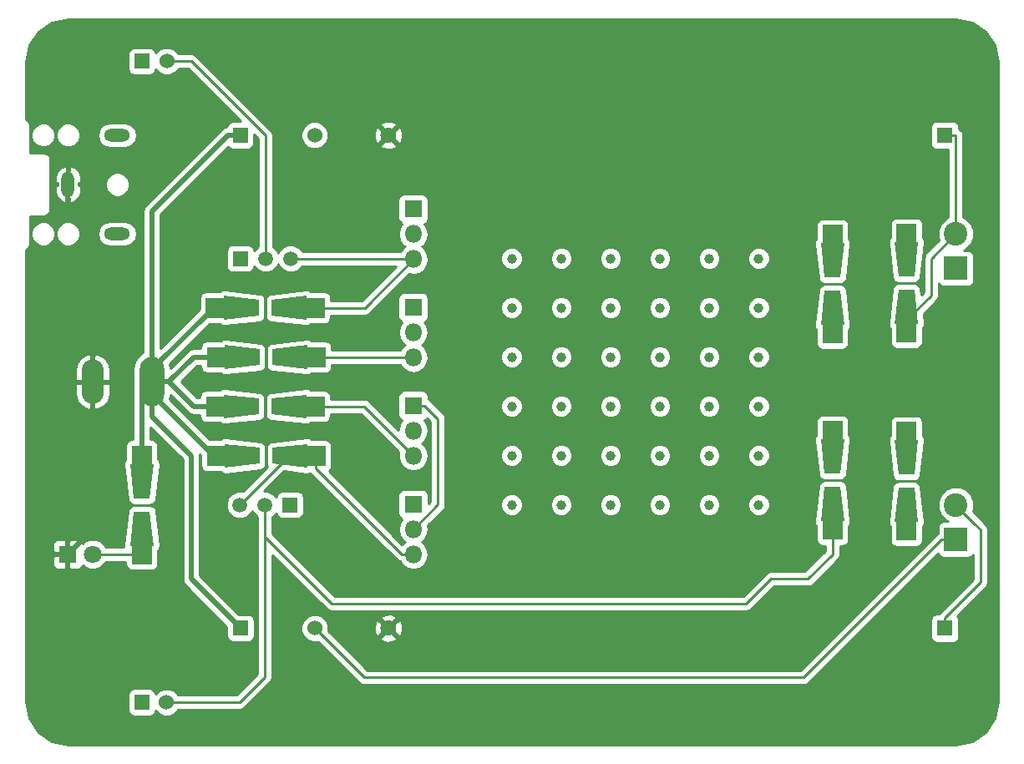
<source format=gtl>
G04 #@! TF.FileFunction,Copper,L1,Top,Signal*
%FSLAX46Y46*%
G04 Gerber Fmt 4.6, Leading zero omitted, Abs format (unit mm)*
G04 Created by KiCad (PCBNEW 4.0.7+dfsg1-1ubuntu2) date Fri Aug 16 22:59:17 2019*
%MOMM*%
%LPD*%
G01*
G04 APERTURE LIST*
%ADD10C,0.100000*%
%ADD11R,1.524000X1.524000*%
%ADD12C,1.524000*%
%ADD13R,1.800000X1.800000*%
%ADD14C,1.800000*%
%ADD15O,1.308000X2.616000*%
%ADD16O,2.616000X1.308000*%
%ADD17O,2.500000X5.000000*%
%ADD18O,2.250000X4.500000*%
%ADD19C,2.400000*%
%ADD20R,2.400000X2.400000*%
%ADD21C,1.520000*%
%ADD22R,1.520000X1.520000*%
%ADD23O,1.800000X1.800000*%
%ADD24R,1.998980X1.998980*%
%ADD25R,1.625600X1.625600*%
%ADD26C,1.625600*%
%ADD27C,1.000000*%
%ADD28C,0.250000*%
%ADD29C,0.500000*%
%ADD30C,0.254000*%
G04 APERTURE END LIST*
D10*
D11*
X12485400Y-70000000D03*
D12*
X15000000Y-70000000D03*
D11*
X22500000Y-62500000D03*
D12*
X30018400Y-62500000D03*
D11*
X12500000Y-5000000D03*
D12*
X15014600Y-5000000D03*
D11*
X22481600Y-12500000D03*
D12*
X30000000Y-12500000D03*
D13*
X4960000Y-55000000D03*
D14*
X7500000Y-55000000D03*
D15*
X5000000Y-17500000D03*
D16*
X10000000Y-22500000D03*
X10000000Y-12500000D03*
D17*
X13500000Y-37500000D03*
D18*
X7500000Y-37500000D03*
D19*
X95000000Y-50000000D03*
D20*
X95000000Y-53500000D03*
D19*
X95000000Y-22500000D03*
D20*
X95000000Y-26000000D03*
D21*
X24960000Y-50000000D03*
X22420000Y-50000000D03*
D22*
X27500000Y-50000000D03*
D13*
X40000000Y-39920000D03*
D23*
X40000000Y-42460000D03*
X40000000Y-45000000D03*
D13*
X40000000Y-49920000D03*
D23*
X40000000Y-52460000D03*
X40000000Y-55000000D03*
D21*
X25000000Y-25000000D03*
X27540000Y-25000000D03*
D22*
X22460000Y-25000000D03*
D13*
X40000000Y-29960000D03*
D23*
X40000000Y-32500000D03*
X40000000Y-35040000D03*
D13*
X40000000Y-20000000D03*
D23*
X40000000Y-22540000D03*
X40000000Y-25080000D03*
D10*
G36*
X81301120Y-43335680D02*
X83698880Y-43335680D01*
X83300100Y-46835800D01*
X81699900Y-46835800D01*
X81301120Y-43335680D01*
X81301120Y-43335680D01*
G37*
G36*
X83698880Y-51661800D02*
X81301120Y-51661800D01*
X81699900Y-48161680D01*
X83300100Y-48161680D01*
X83698880Y-51661800D01*
X83698880Y-51661800D01*
G37*
D24*
X82500000Y-42497480D03*
X82500000Y-52500000D03*
D10*
G36*
X20923940Y-46198880D02*
X20923940Y-43801120D01*
X24424060Y-44199900D01*
X24424060Y-45800100D01*
X20923940Y-46198880D01*
X20923940Y-46198880D01*
G37*
G36*
X29250060Y-43801120D02*
X29250060Y-46198880D01*
X25749940Y-45800100D01*
X25749940Y-44199900D01*
X29250060Y-43801120D01*
X29250060Y-43801120D01*
G37*
D24*
X20085740Y-45000000D03*
X30088260Y-45000000D03*
D10*
G36*
X91198880Y-51750060D02*
X88801120Y-51750060D01*
X89199900Y-48249940D01*
X90800100Y-48249940D01*
X91198880Y-51750060D01*
X91198880Y-51750060D01*
G37*
G36*
X88801120Y-43423940D02*
X91198880Y-43423940D01*
X90800100Y-46924060D01*
X89199900Y-46924060D01*
X88801120Y-43423940D01*
X88801120Y-43423940D01*
G37*
D24*
X90000000Y-52588260D03*
X90000000Y-42585740D03*
D10*
G36*
X20836940Y-41198880D02*
X20836940Y-38801120D01*
X24337060Y-39199900D01*
X24337060Y-40800100D01*
X20836940Y-41198880D01*
X20836940Y-41198880D01*
G37*
G36*
X29163060Y-38801120D02*
X29163060Y-41198880D01*
X25662940Y-40800100D01*
X25662940Y-39199900D01*
X29163060Y-38801120D01*
X29163060Y-38801120D01*
G37*
D24*
X19998740Y-40000000D03*
X30001260Y-40000000D03*
D25*
X93888000Y-62500000D03*
D26*
X37500000Y-62500000D03*
D10*
G36*
X83698880Y-31750060D02*
X81301120Y-31750060D01*
X81699900Y-28249940D01*
X83300100Y-28249940D01*
X83698880Y-31750060D01*
X83698880Y-31750060D01*
G37*
G36*
X81301120Y-23423940D02*
X83698880Y-23423940D01*
X83300100Y-26924060D01*
X81699900Y-26924060D01*
X81301120Y-23423940D01*
X81301120Y-23423940D01*
G37*
D24*
X82500000Y-32588260D03*
X82500000Y-22585740D03*
D10*
G36*
X20835680Y-31198880D02*
X20835680Y-28801120D01*
X24335800Y-29199900D01*
X24335800Y-30800100D01*
X20835680Y-31198880D01*
X20835680Y-31198880D01*
G37*
G36*
X29161800Y-28801120D02*
X29161800Y-31198880D01*
X25661680Y-30800100D01*
X25661680Y-29199900D01*
X29161800Y-28801120D01*
X29161800Y-28801120D01*
G37*
D24*
X19997480Y-30000000D03*
X30000000Y-30000000D03*
D10*
G36*
X88801120Y-23335680D02*
X91198880Y-23335680D01*
X90800100Y-26835800D01*
X89199900Y-26835800D01*
X88801120Y-23335680D01*
X88801120Y-23335680D01*
G37*
G36*
X91198880Y-31661800D02*
X88801120Y-31661800D01*
X89199900Y-28161680D01*
X90800100Y-28161680D01*
X91198880Y-31661800D01*
X91198880Y-31661800D01*
G37*
D24*
X90000000Y-22497480D03*
X90000000Y-32500000D03*
D10*
G36*
X20923940Y-36198880D02*
X20923940Y-33801120D01*
X24424060Y-34199900D01*
X24424060Y-35800100D01*
X20923940Y-36198880D01*
X20923940Y-36198880D01*
G37*
G36*
X29250060Y-33801120D02*
X29250060Y-36198880D01*
X25749940Y-35800100D01*
X25749940Y-34199900D01*
X29250060Y-33801120D01*
X29250060Y-33801120D01*
G37*
D24*
X20085740Y-35000000D03*
X30088260Y-35000000D03*
D25*
X93888000Y-12500000D03*
D26*
X37500000Y-12500000D03*
D10*
G36*
X13698880Y-54161800D02*
X11301120Y-54161800D01*
X11699900Y-50661680D01*
X13300100Y-50661680D01*
X13698880Y-54161800D01*
X13698880Y-54161800D01*
G37*
G36*
X11301120Y-45835680D02*
X13698880Y-45835680D01*
X13300100Y-49335800D01*
X11699900Y-49335800D01*
X11301120Y-45835680D01*
X11301120Y-45835680D01*
G37*
D24*
X12500000Y-55000000D03*
X12500000Y-44997480D03*
D27*
X75000000Y-50000000D03*
X70000000Y-50000000D03*
X65000000Y-50000000D03*
X60000000Y-50000000D03*
X55000000Y-50000000D03*
X50000000Y-50000000D03*
X75000000Y-45000000D03*
X70000000Y-45000000D03*
X65000000Y-45000000D03*
X60000000Y-45000000D03*
X55000000Y-45000000D03*
X50000000Y-45000000D03*
X75000000Y-40000000D03*
X70000000Y-40000000D03*
X65000000Y-40000000D03*
X60000000Y-40000000D03*
X55000000Y-40000000D03*
X50000000Y-40000000D03*
X75000000Y-35000000D03*
X70000000Y-35000000D03*
X65000000Y-35000000D03*
X60000000Y-35000000D03*
X55000000Y-35000000D03*
X50000000Y-35000000D03*
X75000000Y-30000000D03*
X70000000Y-30000000D03*
X65000000Y-30000000D03*
X60000000Y-30000000D03*
X55000000Y-30000000D03*
X50000000Y-30000000D03*
X75000000Y-25000000D03*
X70000000Y-25000000D03*
X65000000Y-25000000D03*
X60000000Y-25000000D03*
X55000000Y-25000000D03*
X50000000Y-25000000D03*
D28*
X24960000Y-67460000D02*
X22420000Y-70000000D01*
X22420000Y-70000000D02*
X15000000Y-70000000D01*
X24960000Y-50000000D02*
X24960000Y-67460000D01*
X82500000Y-49911740D02*
X82500000Y-52500000D01*
X80000000Y-57500000D02*
X82500000Y-55000000D01*
X82500000Y-55000000D02*
X82500000Y-52500000D01*
X76250510Y-57500000D02*
X80000000Y-57500000D01*
X31712880Y-60000000D02*
X73750510Y-60000000D01*
X73750510Y-60000000D02*
X76250510Y-57500000D01*
X24960000Y-50000000D02*
X24960000Y-53247120D01*
X24960000Y-53247120D02*
X31712880Y-60000000D01*
D29*
X13500000Y-37500000D02*
X13500000Y-20219600D01*
X13500000Y-20219600D02*
X21219600Y-12500000D01*
X21219600Y-12500000D02*
X22481600Y-12500000D01*
X17500000Y-57500000D02*
X22500000Y-62500000D01*
X17500000Y-45000000D02*
X17500000Y-57500000D01*
X13500000Y-41000000D02*
X17500000Y-45000000D01*
X13500000Y-37500000D02*
X13500000Y-41000000D01*
X12500000Y-47585740D02*
X12500000Y-44997480D01*
X22585740Y-30000000D02*
X19997480Y-30000000D01*
X22674000Y-35000000D02*
X20085740Y-35000000D01*
X22587000Y-40000000D02*
X19998740Y-40000000D01*
X22674000Y-45000000D02*
X20085740Y-45000000D01*
X13500000Y-37500000D02*
X13500000Y-36250000D01*
X13500000Y-36250000D02*
X19750000Y-30000000D01*
X19750000Y-30000000D02*
X19997480Y-30000000D01*
X13500000Y-37500000D02*
X13500000Y-38750000D01*
X13500000Y-38750000D02*
X19750000Y-45000000D01*
X19750000Y-45000000D02*
X20085740Y-45000000D01*
X15250000Y-37500000D02*
X17750000Y-40000000D01*
X17750000Y-40000000D02*
X19998740Y-40000000D01*
X13500000Y-37500000D02*
X15250000Y-37500000D01*
X15250000Y-37500000D02*
X17750000Y-35000000D01*
X17750000Y-35000000D02*
X20085740Y-35000000D01*
X12500000Y-44997480D02*
X12500000Y-38500000D01*
X12500000Y-38500000D02*
X13500000Y-37500000D01*
D28*
X30018400Y-62500000D02*
X35018400Y-67500000D01*
X35018400Y-67500000D02*
X79550000Y-67500000D01*
X93550000Y-53500000D02*
X95000000Y-53500000D01*
X79550000Y-67500000D02*
X93550000Y-53500000D01*
X25000000Y-12500000D02*
X17500000Y-5000000D01*
X17500000Y-5000000D02*
X15014600Y-5000000D01*
X25000000Y-25000000D02*
X25000000Y-12500000D01*
X82500000Y-22585740D02*
X82500000Y-25174000D01*
D29*
X5000000Y-17500000D02*
X5000000Y-19308000D01*
X7500000Y-21808000D02*
X7500000Y-34750000D01*
X5000000Y-19308000D02*
X7500000Y-21808000D01*
X7500000Y-34750000D02*
X7500000Y-37500000D01*
X7500000Y-37500000D02*
X7500000Y-52460000D01*
X7500000Y-52460000D02*
X4960000Y-55000000D01*
D28*
X90000000Y-42585740D02*
X90000000Y-45174000D01*
X97500000Y-52500000D02*
X96924999Y-51924999D01*
X96924999Y-51924999D02*
X95000000Y-50000000D01*
X97500000Y-57825200D02*
X97500000Y-52500000D01*
X93888000Y-62500000D02*
X93888000Y-61437200D01*
X93888000Y-61437200D02*
X97500000Y-57825200D01*
X90000000Y-29911740D02*
X90000000Y-32500000D01*
X92500000Y-28750510D02*
X92500000Y-25000000D01*
X92500000Y-25000000D02*
X95000000Y-22500000D01*
X90000000Y-32500000D02*
X90000000Y-31250510D01*
X90000000Y-31250510D02*
X92500000Y-28750510D01*
X95000000Y-12549200D02*
X94950800Y-12500000D01*
X94950800Y-12500000D02*
X93888000Y-12500000D01*
X95000000Y-22500000D02*
X95000000Y-12549200D01*
X82500000Y-45085740D02*
X82500000Y-42497480D01*
X22420000Y-50000000D02*
X27420000Y-45000000D01*
X27420000Y-45000000D02*
X30088260Y-45000000D01*
X30088260Y-45000000D02*
X30088260Y-46249490D01*
X30088260Y-46249490D02*
X38838770Y-55000000D01*
X38838770Y-55000000D02*
X40000000Y-55000000D01*
X90000000Y-50000000D02*
X90000000Y-52588260D01*
X42500000Y-41270000D02*
X42500000Y-49960000D01*
X42500000Y-49960000D02*
X40000000Y-52460000D01*
X40000000Y-39920000D02*
X41150000Y-39920000D01*
X41150000Y-39920000D02*
X42500000Y-41270000D01*
X27413000Y-40000000D02*
X30001260Y-40000000D01*
X30001260Y-40000000D02*
X35000000Y-40000000D01*
X35000000Y-40000000D02*
X40000000Y-45000000D01*
X82500000Y-30000000D02*
X82500000Y-32588260D01*
X27411740Y-30000000D02*
X30000000Y-30000000D01*
X27540000Y-25000000D02*
X39920000Y-25000000D01*
X39920000Y-25000000D02*
X40000000Y-25080000D01*
X30000000Y-30000000D02*
X35080000Y-30000000D01*
X35080000Y-30000000D02*
X40000000Y-25080000D01*
X90000000Y-22497480D02*
X90000000Y-25085740D01*
X27500000Y-35000000D02*
X30088260Y-35000000D01*
X30088260Y-35000000D02*
X39960000Y-35000000D01*
X39960000Y-35000000D02*
X40000000Y-35040000D01*
X12500000Y-52411740D02*
X12500000Y-55000000D01*
X7500000Y-55000000D02*
X12500000Y-55000000D01*
D30*
G36*
X96636390Y-1049408D02*
X98023654Y-1976349D01*
X98950592Y-3363610D01*
X99290000Y-5069931D01*
X99290000Y-69930069D01*
X98950592Y-71636390D01*
X98023654Y-73023651D01*
X96636390Y-73950592D01*
X94930069Y-74290000D01*
X5069931Y-74290000D01*
X3363610Y-73950592D01*
X1976349Y-73023654D01*
X1049408Y-71636390D01*
X710000Y-69930069D01*
X710000Y-69238000D01*
X11075960Y-69238000D01*
X11075960Y-70762000D01*
X11120238Y-70997317D01*
X11259310Y-71213441D01*
X11471510Y-71358431D01*
X11723400Y-71409440D01*
X13247400Y-71409440D01*
X13482717Y-71365162D01*
X13698841Y-71226090D01*
X13843831Y-71013890D01*
X13876609Y-70852029D01*
X14207630Y-71183629D01*
X14720900Y-71396757D01*
X15276661Y-71397242D01*
X15790303Y-71185010D01*
X16183629Y-70792370D01*
X16197070Y-70760000D01*
X22420000Y-70760000D01*
X22710839Y-70702148D01*
X22957401Y-70537401D01*
X25497401Y-67997401D01*
X25662148Y-67750840D01*
X25712043Y-67500000D01*
X25720000Y-67460000D01*
X25720000Y-62776661D01*
X28621158Y-62776661D01*
X28833390Y-63290303D01*
X29226030Y-63683629D01*
X29739300Y-63896757D01*
X30295061Y-63897242D01*
X30327455Y-63883857D01*
X34480999Y-68037401D01*
X34727561Y-68202148D01*
X35018400Y-68260000D01*
X79550000Y-68260000D01*
X79840839Y-68202148D01*
X80087401Y-68037401D01*
X93195674Y-54929128D01*
X93196838Y-54935317D01*
X93335910Y-55151441D01*
X93548110Y-55296431D01*
X93800000Y-55347440D01*
X96200000Y-55347440D01*
X96435317Y-55303162D01*
X96651441Y-55164090D01*
X96740000Y-55034480D01*
X96740000Y-57510398D01*
X93350599Y-60899799D01*
X93257080Y-61039760D01*
X93075200Y-61039760D01*
X92839883Y-61084038D01*
X92623759Y-61223110D01*
X92478769Y-61435310D01*
X92427760Y-61687200D01*
X92427760Y-63312800D01*
X92472038Y-63548117D01*
X92611110Y-63764241D01*
X92823310Y-63909231D01*
X93075200Y-63960240D01*
X94700800Y-63960240D01*
X94936117Y-63915962D01*
X95152241Y-63776890D01*
X95297231Y-63564690D01*
X95348240Y-63312800D01*
X95348240Y-61687200D01*
X95303962Y-61451883D01*
X95164890Y-61235759D01*
X95164506Y-61235496D01*
X98037401Y-58362601D01*
X98202148Y-58116040D01*
X98260000Y-57825200D01*
X98260000Y-52500000D01*
X98207178Y-52234447D01*
X98202148Y-52209160D01*
X98037401Y-51962599D01*
X96719293Y-50644491D01*
X96834681Y-50366605D01*
X96835318Y-49636597D01*
X96556545Y-48961914D01*
X96040801Y-48445270D01*
X95366605Y-48165319D01*
X94636597Y-48164682D01*
X93961914Y-48443455D01*
X93445270Y-48959199D01*
X93165319Y-49633395D01*
X93164682Y-50363403D01*
X93443455Y-51038086D01*
X93959199Y-51554730D01*
X94194799Y-51652560D01*
X93800000Y-51652560D01*
X93564683Y-51696838D01*
X93348559Y-51835910D01*
X93203569Y-52048110D01*
X93152560Y-52300000D01*
X93152560Y-52869080D01*
X93012599Y-52962599D01*
X79235198Y-66740000D01*
X35333202Y-66740000D01*
X32110218Y-63517016D01*
X36662589Y-63517016D01*
X36738295Y-63764462D01*
X37280165Y-63959703D01*
X37855503Y-63932718D01*
X38261705Y-63764462D01*
X38337411Y-63517016D01*
X37500000Y-62679605D01*
X36662589Y-63517016D01*
X32110218Y-63517016D01*
X31402583Y-62809381D01*
X31415157Y-62779100D01*
X31415592Y-62280165D01*
X36040297Y-62280165D01*
X36067282Y-62855503D01*
X36235538Y-63261705D01*
X36482984Y-63337411D01*
X37320395Y-62500000D01*
X37679605Y-62500000D01*
X38517016Y-63337411D01*
X38764462Y-63261705D01*
X38959703Y-62719835D01*
X38932718Y-62144497D01*
X38764462Y-61738295D01*
X38517016Y-61662589D01*
X37679605Y-62500000D01*
X37320395Y-62500000D01*
X36482984Y-61662589D01*
X36235538Y-61738295D01*
X36040297Y-62280165D01*
X31415592Y-62280165D01*
X31415642Y-62223339D01*
X31203410Y-61709697D01*
X30977093Y-61482984D01*
X36662589Y-61482984D01*
X37500000Y-62320395D01*
X38337411Y-61482984D01*
X38261705Y-61235538D01*
X37719835Y-61040297D01*
X37144497Y-61067282D01*
X36738295Y-61235538D01*
X36662589Y-61482984D01*
X30977093Y-61482984D01*
X30810770Y-61316371D01*
X30297500Y-61103243D01*
X29741739Y-61102758D01*
X29228097Y-61314990D01*
X28834771Y-61707630D01*
X28621643Y-62220900D01*
X28621158Y-62776661D01*
X25720000Y-62776661D01*
X25720000Y-55081922D01*
X31175479Y-60537401D01*
X31422040Y-60702148D01*
X31470294Y-60711746D01*
X31712880Y-60760000D01*
X73750510Y-60760000D01*
X74041349Y-60702148D01*
X74287911Y-60537401D01*
X76565312Y-58260000D01*
X80000000Y-58260000D01*
X80290839Y-58202148D01*
X80537401Y-58037401D01*
X83037401Y-55537401D01*
X83202148Y-55290839D01*
X83260000Y-55000000D01*
X83260000Y-54146930D01*
X83499490Y-54146930D01*
X83734807Y-54102652D01*
X83950931Y-53963580D01*
X84095921Y-53751380D01*
X84146930Y-53499490D01*
X84146930Y-52115142D01*
X84199955Y-52071803D01*
X84319991Y-51844555D01*
X84334516Y-51676769D01*
X88157842Y-51676769D01*
X88197958Y-51985377D01*
X88337030Y-52201501D01*
X88353070Y-52212461D01*
X88353070Y-53587750D01*
X88397348Y-53823067D01*
X88536420Y-54039191D01*
X88748620Y-54184181D01*
X89000510Y-54235190D01*
X90999490Y-54235190D01*
X91234807Y-54190912D01*
X91450931Y-54051840D01*
X91595921Y-53839640D01*
X91646930Y-53587750D01*
X91646930Y-52203402D01*
X91699955Y-52160063D01*
X91819991Y-51932815D01*
X91842158Y-51676769D01*
X91443378Y-48176649D01*
X91403262Y-48014623D01*
X91264190Y-47798499D01*
X91051990Y-47653509D01*
X90800100Y-47602500D01*
X89199900Y-47602500D01*
X89034374Y-47624017D01*
X88803896Y-47737730D01*
X88635817Y-47932152D01*
X88556622Y-48176649D01*
X88157842Y-51676769D01*
X84334516Y-51676769D01*
X84342158Y-51588509D01*
X83943378Y-48088389D01*
X83903262Y-47926363D01*
X83764190Y-47710239D01*
X83551990Y-47565249D01*
X83300100Y-47514240D01*
X81699900Y-47514240D01*
X81534374Y-47535757D01*
X81303896Y-47649470D01*
X81135817Y-47843892D01*
X81056622Y-48088389D01*
X80657842Y-51588509D01*
X80697958Y-51897117D01*
X80837030Y-52113241D01*
X80853070Y-52124201D01*
X80853070Y-53499490D01*
X80897348Y-53734807D01*
X81036420Y-53950931D01*
X81248620Y-54095921D01*
X81500510Y-54146930D01*
X81740000Y-54146930D01*
X81740000Y-54685198D01*
X79685198Y-56740000D01*
X76250510Y-56740000D01*
X75959671Y-56797852D01*
X75713109Y-56962599D01*
X73435708Y-59240000D01*
X32027682Y-59240000D01*
X25720000Y-52932318D01*
X25720000Y-51195367D01*
X25749172Y-51183313D01*
X26105316Y-50827790D01*
X26136838Y-50995317D01*
X26275910Y-51211441D01*
X26488110Y-51356431D01*
X26740000Y-51407440D01*
X28260000Y-51407440D01*
X28495317Y-51363162D01*
X28711441Y-51224090D01*
X28856431Y-51011890D01*
X28907440Y-50760000D01*
X28907440Y-49240000D01*
X28863162Y-49004683D01*
X28724090Y-48788559D01*
X28511890Y-48643569D01*
X28260000Y-48592560D01*
X26740000Y-48592560D01*
X26504683Y-48636838D01*
X26288559Y-48775910D01*
X26143569Y-48988110D01*
X26106031Y-49173480D01*
X25751236Y-48818066D01*
X25238700Y-48605242D01*
X24889864Y-48604938D01*
X26910812Y-46583990D01*
X29176769Y-46842158D01*
X29485377Y-46802042D01*
X29538249Y-46768019D01*
X29550859Y-46786891D01*
X38301369Y-55537401D01*
X38547931Y-55702148D01*
X38652280Y-55722904D01*
X38914591Y-56115481D01*
X39412581Y-56448227D01*
X40000000Y-56565072D01*
X40587419Y-56448227D01*
X41085409Y-56115481D01*
X41418155Y-55617491D01*
X41535000Y-55030072D01*
X41535000Y-54969928D01*
X41418155Y-54382509D01*
X41085409Y-53884519D01*
X40854155Y-53730000D01*
X41085409Y-53575481D01*
X41418155Y-53077491D01*
X41535000Y-52490072D01*
X41535000Y-52429928D01*
X41463637Y-52071165D01*
X43037401Y-50497401D01*
X43202148Y-50250839D01*
X43207332Y-50224775D01*
X48864803Y-50224775D01*
X49037233Y-50642086D01*
X49356235Y-50961645D01*
X49773244Y-51134803D01*
X50224775Y-51135197D01*
X50642086Y-50962767D01*
X50961645Y-50643765D01*
X51134803Y-50226756D01*
X51134804Y-50224775D01*
X53864803Y-50224775D01*
X54037233Y-50642086D01*
X54356235Y-50961645D01*
X54773244Y-51134803D01*
X55224775Y-51135197D01*
X55642086Y-50962767D01*
X55961645Y-50643765D01*
X56134803Y-50226756D01*
X56134804Y-50224775D01*
X58864803Y-50224775D01*
X59037233Y-50642086D01*
X59356235Y-50961645D01*
X59773244Y-51134803D01*
X60224775Y-51135197D01*
X60642086Y-50962767D01*
X60961645Y-50643765D01*
X61134803Y-50226756D01*
X61134804Y-50224775D01*
X63864803Y-50224775D01*
X64037233Y-50642086D01*
X64356235Y-50961645D01*
X64773244Y-51134803D01*
X65224775Y-51135197D01*
X65642086Y-50962767D01*
X65961645Y-50643765D01*
X66134803Y-50226756D01*
X66134804Y-50224775D01*
X68864803Y-50224775D01*
X69037233Y-50642086D01*
X69356235Y-50961645D01*
X69773244Y-51134803D01*
X70224775Y-51135197D01*
X70642086Y-50962767D01*
X70961645Y-50643765D01*
X71134803Y-50226756D01*
X71134804Y-50224775D01*
X73864803Y-50224775D01*
X74037233Y-50642086D01*
X74356235Y-50961645D01*
X74773244Y-51134803D01*
X75224775Y-51135197D01*
X75642086Y-50962767D01*
X75961645Y-50643765D01*
X76134803Y-50226756D01*
X76135197Y-49775225D01*
X75962767Y-49357914D01*
X75643765Y-49038355D01*
X75226756Y-48865197D01*
X74775225Y-48864803D01*
X74357914Y-49037233D01*
X74038355Y-49356235D01*
X73865197Y-49773244D01*
X73864803Y-50224775D01*
X71134804Y-50224775D01*
X71135197Y-49775225D01*
X70962767Y-49357914D01*
X70643765Y-49038355D01*
X70226756Y-48865197D01*
X69775225Y-48864803D01*
X69357914Y-49037233D01*
X69038355Y-49356235D01*
X68865197Y-49773244D01*
X68864803Y-50224775D01*
X66134804Y-50224775D01*
X66135197Y-49775225D01*
X65962767Y-49357914D01*
X65643765Y-49038355D01*
X65226756Y-48865197D01*
X64775225Y-48864803D01*
X64357914Y-49037233D01*
X64038355Y-49356235D01*
X63865197Y-49773244D01*
X63864803Y-50224775D01*
X61134804Y-50224775D01*
X61135197Y-49775225D01*
X60962767Y-49357914D01*
X60643765Y-49038355D01*
X60226756Y-48865197D01*
X59775225Y-48864803D01*
X59357914Y-49037233D01*
X59038355Y-49356235D01*
X58865197Y-49773244D01*
X58864803Y-50224775D01*
X56134804Y-50224775D01*
X56135197Y-49775225D01*
X55962767Y-49357914D01*
X55643765Y-49038355D01*
X55226756Y-48865197D01*
X54775225Y-48864803D01*
X54357914Y-49037233D01*
X54038355Y-49356235D01*
X53865197Y-49773244D01*
X53864803Y-50224775D01*
X51134804Y-50224775D01*
X51135197Y-49775225D01*
X50962767Y-49357914D01*
X50643765Y-49038355D01*
X50226756Y-48865197D01*
X49775225Y-48864803D01*
X49357914Y-49037233D01*
X49038355Y-49356235D01*
X48865197Y-49773244D01*
X48864803Y-50224775D01*
X43207332Y-50224775D01*
X43260000Y-49960000D01*
X43260000Y-45224775D01*
X48864803Y-45224775D01*
X49037233Y-45642086D01*
X49356235Y-45961645D01*
X49773244Y-46134803D01*
X50224775Y-46135197D01*
X50642086Y-45962767D01*
X50961645Y-45643765D01*
X51134803Y-45226756D01*
X51134804Y-45224775D01*
X53864803Y-45224775D01*
X54037233Y-45642086D01*
X54356235Y-45961645D01*
X54773244Y-46134803D01*
X55224775Y-46135197D01*
X55642086Y-45962767D01*
X55961645Y-45643765D01*
X56134803Y-45226756D01*
X56134804Y-45224775D01*
X58864803Y-45224775D01*
X59037233Y-45642086D01*
X59356235Y-45961645D01*
X59773244Y-46134803D01*
X60224775Y-46135197D01*
X60642086Y-45962767D01*
X60961645Y-45643765D01*
X61134803Y-45226756D01*
X61134804Y-45224775D01*
X63864803Y-45224775D01*
X64037233Y-45642086D01*
X64356235Y-45961645D01*
X64773244Y-46134803D01*
X65224775Y-46135197D01*
X65642086Y-45962767D01*
X65961645Y-45643765D01*
X66134803Y-45226756D01*
X66134804Y-45224775D01*
X68864803Y-45224775D01*
X69037233Y-45642086D01*
X69356235Y-45961645D01*
X69773244Y-46134803D01*
X70224775Y-46135197D01*
X70642086Y-45962767D01*
X70961645Y-45643765D01*
X71134803Y-45226756D01*
X71134804Y-45224775D01*
X73864803Y-45224775D01*
X74037233Y-45642086D01*
X74356235Y-45961645D01*
X74773244Y-46134803D01*
X75224775Y-46135197D01*
X75642086Y-45962767D01*
X75961645Y-45643765D01*
X76134803Y-45226756D01*
X76135197Y-44775225D01*
X75962767Y-44357914D01*
X75643765Y-44038355D01*
X75226756Y-43865197D01*
X74775225Y-43864803D01*
X74357914Y-44037233D01*
X74038355Y-44356235D01*
X73865197Y-44773244D01*
X73864803Y-45224775D01*
X71134804Y-45224775D01*
X71135197Y-44775225D01*
X70962767Y-44357914D01*
X70643765Y-44038355D01*
X70226756Y-43865197D01*
X69775225Y-43864803D01*
X69357914Y-44037233D01*
X69038355Y-44356235D01*
X68865197Y-44773244D01*
X68864803Y-45224775D01*
X66134804Y-45224775D01*
X66135197Y-44775225D01*
X65962767Y-44357914D01*
X65643765Y-44038355D01*
X65226756Y-43865197D01*
X64775225Y-43864803D01*
X64357914Y-44037233D01*
X64038355Y-44356235D01*
X63865197Y-44773244D01*
X63864803Y-45224775D01*
X61134804Y-45224775D01*
X61135197Y-44775225D01*
X60962767Y-44357914D01*
X60643765Y-44038355D01*
X60226756Y-43865197D01*
X59775225Y-43864803D01*
X59357914Y-44037233D01*
X59038355Y-44356235D01*
X58865197Y-44773244D01*
X58864803Y-45224775D01*
X56134804Y-45224775D01*
X56135197Y-44775225D01*
X55962767Y-44357914D01*
X55643765Y-44038355D01*
X55226756Y-43865197D01*
X54775225Y-43864803D01*
X54357914Y-44037233D01*
X54038355Y-44356235D01*
X53865197Y-44773244D01*
X53864803Y-45224775D01*
X51134804Y-45224775D01*
X51135197Y-44775225D01*
X50962767Y-44357914D01*
X50643765Y-44038355D01*
X50226756Y-43865197D01*
X49775225Y-43864803D01*
X49357914Y-44037233D01*
X49038355Y-44356235D01*
X48865197Y-44773244D01*
X48864803Y-45224775D01*
X43260000Y-45224775D01*
X43260000Y-43408971D01*
X80657842Y-43408971D01*
X81056622Y-46909091D01*
X81096738Y-47071117D01*
X81235810Y-47287241D01*
X81448010Y-47432231D01*
X81699900Y-47483240D01*
X83300100Y-47483240D01*
X83465626Y-47461723D01*
X83696104Y-47348010D01*
X83864183Y-47153588D01*
X83943378Y-46909091D01*
X84332102Y-43497231D01*
X88157842Y-43497231D01*
X88556622Y-46997351D01*
X88596738Y-47159377D01*
X88735810Y-47375501D01*
X88948010Y-47520491D01*
X89199900Y-47571500D01*
X90800100Y-47571500D01*
X90965626Y-47549983D01*
X91196104Y-47436270D01*
X91364183Y-47241848D01*
X91443378Y-46997351D01*
X91842158Y-43497231D01*
X91802042Y-43188623D01*
X91662970Y-42972499D01*
X91646930Y-42961539D01*
X91646930Y-41586250D01*
X91602652Y-41350933D01*
X91463580Y-41134809D01*
X91251380Y-40989819D01*
X90999490Y-40938810D01*
X89000510Y-40938810D01*
X88765193Y-40983088D01*
X88549069Y-41122160D01*
X88404079Y-41334360D01*
X88353070Y-41586250D01*
X88353070Y-42970598D01*
X88300045Y-43013937D01*
X88180009Y-43241185D01*
X88157842Y-43497231D01*
X84332102Y-43497231D01*
X84342158Y-43408971D01*
X84302042Y-43100363D01*
X84162970Y-42884239D01*
X84146930Y-42873279D01*
X84146930Y-41497990D01*
X84102652Y-41262673D01*
X83963580Y-41046549D01*
X83751380Y-40901559D01*
X83499490Y-40850550D01*
X81500510Y-40850550D01*
X81265193Y-40894828D01*
X81049069Y-41033900D01*
X80904079Y-41246100D01*
X80853070Y-41497990D01*
X80853070Y-42882338D01*
X80800045Y-42925677D01*
X80680009Y-43152925D01*
X80657842Y-43408971D01*
X43260000Y-43408971D01*
X43260000Y-41270000D01*
X43216635Y-41051990D01*
X43202148Y-40979160D01*
X43037401Y-40732599D01*
X42529577Y-40224775D01*
X48864803Y-40224775D01*
X49037233Y-40642086D01*
X49356235Y-40961645D01*
X49773244Y-41134803D01*
X50224775Y-41135197D01*
X50642086Y-40962767D01*
X50961645Y-40643765D01*
X51134803Y-40226756D01*
X51134804Y-40224775D01*
X53864803Y-40224775D01*
X54037233Y-40642086D01*
X54356235Y-40961645D01*
X54773244Y-41134803D01*
X55224775Y-41135197D01*
X55642086Y-40962767D01*
X55961645Y-40643765D01*
X56134803Y-40226756D01*
X56134804Y-40224775D01*
X58864803Y-40224775D01*
X59037233Y-40642086D01*
X59356235Y-40961645D01*
X59773244Y-41134803D01*
X60224775Y-41135197D01*
X60642086Y-40962767D01*
X60961645Y-40643765D01*
X61134803Y-40226756D01*
X61134804Y-40224775D01*
X63864803Y-40224775D01*
X64037233Y-40642086D01*
X64356235Y-40961645D01*
X64773244Y-41134803D01*
X65224775Y-41135197D01*
X65642086Y-40962767D01*
X65961645Y-40643765D01*
X66134803Y-40226756D01*
X66134804Y-40224775D01*
X68864803Y-40224775D01*
X69037233Y-40642086D01*
X69356235Y-40961645D01*
X69773244Y-41134803D01*
X70224775Y-41135197D01*
X70642086Y-40962767D01*
X70961645Y-40643765D01*
X71134803Y-40226756D01*
X71134804Y-40224775D01*
X73864803Y-40224775D01*
X74037233Y-40642086D01*
X74356235Y-40961645D01*
X74773244Y-41134803D01*
X75224775Y-41135197D01*
X75642086Y-40962767D01*
X75961645Y-40643765D01*
X76134803Y-40226756D01*
X76135197Y-39775225D01*
X75962767Y-39357914D01*
X75643765Y-39038355D01*
X75226756Y-38865197D01*
X74775225Y-38864803D01*
X74357914Y-39037233D01*
X74038355Y-39356235D01*
X73865197Y-39773244D01*
X73864803Y-40224775D01*
X71134804Y-40224775D01*
X71135197Y-39775225D01*
X70962767Y-39357914D01*
X70643765Y-39038355D01*
X70226756Y-38865197D01*
X69775225Y-38864803D01*
X69357914Y-39037233D01*
X69038355Y-39356235D01*
X68865197Y-39773244D01*
X68864803Y-40224775D01*
X66134804Y-40224775D01*
X66135197Y-39775225D01*
X65962767Y-39357914D01*
X65643765Y-39038355D01*
X65226756Y-38865197D01*
X64775225Y-38864803D01*
X64357914Y-39037233D01*
X64038355Y-39356235D01*
X63865197Y-39773244D01*
X63864803Y-40224775D01*
X61134804Y-40224775D01*
X61135197Y-39775225D01*
X60962767Y-39357914D01*
X60643765Y-39038355D01*
X60226756Y-38865197D01*
X59775225Y-38864803D01*
X59357914Y-39037233D01*
X59038355Y-39356235D01*
X58865197Y-39773244D01*
X58864803Y-40224775D01*
X56134804Y-40224775D01*
X56135197Y-39775225D01*
X55962767Y-39357914D01*
X55643765Y-39038355D01*
X55226756Y-38865197D01*
X54775225Y-38864803D01*
X54357914Y-39037233D01*
X54038355Y-39356235D01*
X53865197Y-39773244D01*
X53864803Y-40224775D01*
X51134804Y-40224775D01*
X51135197Y-39775225D01*
X50962767Y-39357914D01*
X50643765Y-39038355D01*
X50226756Y-38865197D01*
X49775225Y-38864803D01*
X49357914Y-39037233D01*
X49038355Y-39356235D01*
X48865197Y-39773244D01*
X48864803Y-40224775D01*
X42529577Y-40224775D01*
X41687401Y-39382599D01*
X41547440Y-39289080D01*
X41547440Y-39020000D01*
X41503162Y-38784683D01*
X41364090Y-38568559D01*
X41151890Y-38423569D01*
X40900000Y-38372560D01*
X39100000Y-38372560D01*
X38864683Y-38416838D01*
X38648559Y-38555910D01*
X38503569Y-38768110D01*
X38452560Y-39020000D01*
X38452560Y-40820000D01*
X38496838Y-41055317D01*
X38635910Y-41271441D01*
X38848110Y-41416431D01*
X38864344Y-41419719D01*
X38581845Y-41842509D01*
X38471592Y-42396790D01*
X35537401Y-39462599D01*
X35290839Y-39297852D01*
X35000000Y-39240000D01*
X31648190Y-39240000D01*
X31648190Y-39000510D01*
X31603912Y-38765193D01*
X31464840Y-38549069D01*
X31252640Y-38404079D01*
X31000750Y-38353070D01*
X29616402Y-38353070D01*
X29573063Y-38300045D01*
X29345815Y-38180009D01*
X29089769Y-38157842D01*
X25589649Y-38556622D01*
X25427623Y-38596738D01*
X25211499Y-38735810D01*
X25066509Y-38948010D01*
X25015500Y-39199900D01*
X25015500Y-40800100D01*
X25037017Y-40965626D01*
X25150730Y-41196104D01*
X25345152Y-41364183D01*
X25589649Y-41443378D01*
X29089769Y-41842158D01*
X29398377Y-41802042D01*
X29614501Y-41662970D01*
X29625461Y-41646930D01*
X31000750Y-41646930D01*
X31236067Y-41602652D01*
X31452191Y-41463580D01*
X31597181Y-41251380D01*
X31648190Y-40999490D01*
X31648190Y-40760000D01*
X34685198Y-40760000D01*
X38536363Y-44611165D01*
X38465000Y-44969928D01*
X38465000Y-45030072D01*
X38581845Y-45617491D01*
X38914591Y-46115481D01*
X39412581Y-46448227D01*
X40000000Y-46565072D01*
X40587419Y-46448227D01*
X41085409Y-46115481D01*
X41418155Y-45617491D01*
X41535000Y-45030072D01*
X41535000Y-44969928D01*
X41418155Y-44382509D01*
X41085409Y-43884519D01*
X40854155Y-43730000D01*
X41085409Y-43575481D01*
X41418155Y-43077491D01*
X41535000Y-42490072D01*
X41535000Y-42429928D01*
X41418155Y-41842509D01*
X41137163Y-41421974D01*
X41351441Y-41284090D01*
X41387100Y-41231902D01*
X41740000Y-41584802D01*
X41740000Y-49645198D01*
X41547440Y-49837758D01*
X41547440Y-49020000D01*
X41503162Y-48784683D01*
X41364090Y-48568559D01*
X41151890Y-48423569D01*
X40900000Y-48372560D01*
X39100000Y-48372560D01*
X38864683Y-48416838D01*
X38648559Y-48555910D01*
X38503569Y-48768110D01*
X38452560Y-49020000D01*
X38452560Y-50820000D01*
X38496838Y-51055317D01*
X38635910Y-51271441D01*
X38848110Y-51416431D01*
X38864344Y-51419719D01*
X38581845Y-51842509D01*
X38465000Y-52429928D01*
X38465000Y-52490072D01*
X38581845Y-53077491D01*
X38914591Y-53575481D01*
X39145845Y-53730000D01*
X38914591Y-53884519D01*
X38867928Y-53954356D01*
X31440596Y-46527024D01*
X31539191Y-46463580D01*
X31684181Y-46251380D01*
X31735190Y-45999490D01*
X31735190Y-44000510D01*
X31690912Y-43765193D01*
X31551840Y-43549069D01*
X31339640Y-43404079D01*
X31087750Y-43353070D01*
X29703402Y-43353070D01*
X29660063Y-43300045D01*
X29432815Y-43180009D01*
X29176769Y-43157842D01*
X25676649Y-43556622D01*
X25514623Y-43596738D01*
X25298499Y-43735810D01*
X25153509Y-43948010D01*
X25102500Y-44199900D01*
X25102500Y-45800100D01*
X25124017Y-45965626D01*
X25208447Y-46136751D01*
X22727851Y-48617347D01*
X22698700Y-48605242D01*
X22143735Y-48604758D01*
X21630828Y-48816687D01*
X21238066Y-49208764D01*
X21025242Y-49721300D01*
X21024758Y-50276265D01*
X21236687Y-50789172D01*
X21628764Y-51181934D01*
X22141300Y-51394758D01*
X22696265Y-51395242D01*
X23209172Y-51183313D01*
X23601934Y-50791236D01*
X23689954Y-50579262D01*
X23776687Y-50789172D01*
X24168764Y-51181934D01*
X24200000Y-51194904D01*
X24200000Y-67145198D01*
X22105198Y-69240000D01*
X16197531Y-69240000D01*
X16185010Y-69209697D01*
X15792370Y-68816371D01*
X15279100Y-68603243D01*
X14723339Y-68602758D01*
X14209697Y-68814990D01*
X13877621Y-69146487D01*
X13850562Y-69002683D01*
X13711490Y-68786559D01*
X13499290Y-68641569D01*
X13247400Y-68590560D01*
X11723400Y-68590560D01*
X11488083Y-68634838D01*
X11271959Y-68773910D01*
X11126969Y-68986110D01*
X11075960Y-69238000D01*
X710000Y-69238000D01*
X710000Y-55285750D01*
X3425000Y-55285750D01*
X3425000Y-56026310D01*
X3521673Y-56259699D01*
X3700302Y-56438327D01*
X3933691Y-56535000D01*
X4674250Y-56535000D01*
X4833000Y-56376250D01*
X4833000Y-55127000D01*
X3583750Y-55127000D01*
X3425000Y-55285750D01*
X710000Y-55285750D01*
X710000Y-53973690D01*
X3425000Y-53973690D01*
X3425000Y-54714250D01*
X3583750Y-54873000D01*
X4833000Y-54873000D01*
X4833000Y-53623750D01*
X5087000Y-53623750D01*
X5087000Y-54873000D01*
X5107000Y-54873000D01*
X5107000Y-55127000D01*
X5087000Y-55127000D01*
X5087000Y-56376250D01*
X5245750Y-56535000D01*
X5986309Y-56535000D01*
X6219698Y-56438327D01*
X6398327Y-56259699D01*
X6454119Y-56125006D01*
X6629357Y-56300551D01*
X7193330Y-56534733D01*
X7803991Y-56535265D01*
X8368371Y-56302068D01*
X8800551Y-55870643D01*
X8846494Y-55760000D01*
X10853070Y-55760000D01*
X10853070Y-55999490D01*
X10897348Y-56234807D01*
X11036420Y-56450931D01*
X11248620Y-56595921D01*
X11500510Y-56646930D01*
X13499490Y-56646930D01*
X13734807Y-56602652D01*
X13950931Y-56463580D01*
X14095921Y-56251380D01*
X14146930Y-55999490D01*
X14146930Y-54615142D01*
X14199955Y-54571803D01*
X14319991Y-54344555D01*
X14342158Y-54088509D01*
X13943378Y-50588389D01*
X13903262Y-50426363D01*
X13764190Y-50210239D01*
X13551990Y-50065249D01*
X13300100Y-50014240D01*
X11699900Y-50014240D01*
X11534374Y-50035757D01*
X11303896Y-50149470D01*
X11135817Y-50343892D01*
X11056622Y-50588389D01*
X10657842Y-54088509D01*
X10677534Y-54240000D01*
X8846846Y-54240000D01*
X8802068Y-54131629D01*
X8370643Y-53699449D01*
X7806670Y-53465267D01*
X7196009Y-53464735D01*
X6631629Y-53697932D01*
X6454159Y-53875092D01*
X6398327Y-53740301D01*
X6219698Y-53561673D01*
X5986309Y-53465000D01*
X5245750Y-53465000D01*
X5087000Y-53623750D01*
X4833000Y-53623750D01*
X4674250Y-53465000D01*
X3933691Y-53465000D01*
X3700302Y-53561673D01*
X3521673Y-53740301D01*
X3425000Y-53973690D01*
X710000Y-53973690D01*
X710000Y-45908971D01*
X10657842Y-45908971D01*
X11056622Y-49409091D01*
X11096738Y-49571117D01*
X11235810Y-49787241D01*
X11448010Y-49932231D01*
X11699900Y-49983240D01*
X13300100Y-49983240D01*
X13465626Y-49961723D01*
X13696104Y-49848010D01*
X13864183Y-49653588D01*
X13943378Y-49409091D01*
X14342158Y-45908971D01*
X14302042Y-45600363D01*
X14162970Y-45384239D01*
X14146930Y-45373279D01*
X14146930Y-43997990D01*
X14102652Y-43762673D01*
X13963580Y-43546549D01*
X13751380Y-43401559D01*
X13499490Y-43350550D01*
X13385000Y-43350550D01*
X13385000Y-42136580D01*
X16615000Y-45366579D01*
X16615000Y-57499995D01*
X16614999Y-57500000D01*
X16671190Y-57782484D01*
X16682367Y-57838675D01*
X16815151Y-58037401D01*
X16874210Y-58125790D01*
X21090560Y-62342139D01*
X21090560Y-63262000D01*
X21134838Y-63497317D01*
X21273910Y-63713441D01*
X21486110Y-63858431D01*
X21738000Y-63909440D01*
X23262000Y-63909440D01*
X23497317Y-63865162D01*
X23713441Y-63726090D01*
X23858431Y-63513890D01*
X23909440Y-63262000D01*
X23909440Y-61738000D01*
X23865162Y-61502683D01*
X23726090Y-61286559D01*
X23513890Y-61141569D01*
X23262000Y-61090560D01*
X22342139Y-61090560D01*
X18385000Y-57133420D01*
X18385000Y-45000005D01*
X18385001Y-45000000D01*
X18356838Y-44858417D01*
X18438810Y-44940389D01*
X18438810Y-45999490D01*
X18483088Y-46234807D01*
X18622160Y-46450931D01*
X18834360Y-46595921D01*
X19086250Y-46646930D01*
X20470598Y-46646930D01*
X20513937Y-46699955D01*
X20741185Y-46819991D01*
X20997231Y-46842158D01*
X24497351Y-46443378D01*
X24659377Y-46403262D01*
X24875501Y-46264190D01*
X25020491Y-46051990D01*
X25071500Y-45800100D01*
X25071500Y-44199900D01*
X25049983Y-44034374D01*
X24936270Y-43803896D01*
X24741848Y-43635817D01*
X24497351Y-43556622D01*
X20997231Y-43157842D01*
X20688623Y-43197958D01*
X20472499Y-43337030D01*
X20461539Y-43353070D01*
X19354649Y-43353070D01*
X15290099Y-39288519D01*
X15372530Y-38874110D01*
X17124208Y-40625787D01*
X17124210Y-40625790D01*
X17411325Y-40817633D01*
X17423225Y-40820000D01*
X17750000Y-40885001D01*
X17750005Y-40885000D01*
X18351810Y-40885000D01*
X18351810Y-40999490D01*
X18396088Y-41234807D01*
X18535160Y-41450931D01*
X18747360Y-41595921D01*
X18999250Y-41646930D01*
X20383598Y-41646930D01*
X20426937Y-41699955D01*
X20654185Y-41819991D01*
X20910231Y-41842158D01*
X24410351Y-41443378D01*
X24572377Y-41403262D01*
X24788501Y-41264190D01*
X24933491Y-41051990D01*
X24984500Y-40800100D01*
X24984500Y-39199900D01*
X24962983Y-39034374D01*
X24849270Y-38803896D01*
X24654848Y-38635817D01*
X24410351Y-38556622D01*
X20910231Y-38157842D01*
X20601623Y-38197958D01*
X20385499Y-38337030D01*
X20374539Y-38353070D01*
X18999250Y-38353070D01*
X18763933Y-38397348D01*
X18547809Y-38536420D01*
X18402819Y-38748620D01*
X18351810Y-39000510D01*
X18351810Y-39115000D01*
X18116579Y-39115000D01*
X16501580Y-37500000D01*
X18116579Y-35885000D01*
X18438810Y-35885000D01*
X18438810Y-35999490D01*
X18483088Y-36234807D01*
X18622160Y-36450931D01*
X18834360Y-36595921D01*
X19086250Y-36646930D01*
X20470598Y-36646930D01*
X20513937Y-36699955D01*
X20741185Y-36819991D01*
X20997231Y-36842158D01*
X24497351Y-36443378D01*
X24659377Y-36403262D01*
X24875501Y-36264190D01*
X25020491Y-36051990D01*
X25071500Y-35800100D01*
X25071500Y-34199900D01*
X25102500Y-34199900D01*
X25102500Y-35800100D01*
X25124017Y-35965626D01*
X25237730Y-36196104D01*
X25432152Y-36364183D01*
X25676649Y-36443378D01*
X29176769Y-36842158D01*
X29485377Y-36802042D01*
X29701501Y-36662970D01*
X29712461Y-36646930D01*
X31087750Y-36646930D01*
X31323067Y-36602652D01*
X31539191Y-36463580D01*
X31684181Y-36251380D01*
X31735190Y-35999490D01*
X31735190Y-35760000D01*
X38650339Y-35760000D01*
X38914591Y-36155481D01*
X39412581Y-36488227D01*
X40000000Y-36605072D01*
X40587419Y-36488227D01*
X41085409Y-36155481D01*
X41418155Y-35657491D01*
X41504227Y-35224775D01*
X48864803Y-35224775D01*
X49037233Y-35642086D01*
X49356235Y-35961645D01*
X49773244Y-36134803D01*
X50224775Y-36135197D01*
X50642086Y-35962767D01*
X50961645Y-35643765D01*
X51134803Y-35226756D01*
X51134804Y-35224775D01*
X53864803Y-35224775D01*
X54037233Y-35642086D01*
X54356235Y-35961645D01*
X54773244Y-36134803D01*
X55224775Y-36135197D01*
X55642086Y-35962767D01*
X55961645Y-35643765D01*
X56134803Y-35226756D01*
X56134804Y-35224775D01*
X58864803Y-35224775D01*
X59037233Y-35642086D01*
X59356235Y-35961645D01*
X59773244Y-36134803D01*
X60224775Y-36135197D01*
X60642086Y-35962767D01*
X60961645Y-35643765D01*
X61134803Y-35226756D01*
X61134804Y-35224775D01*
X63864803Y-35224775D01*
X64037233Y-35642086D01*
X64356235Y-35961645D01*
X64773244Y-36134803D01*
X65224775Y-36135197D01*
X65642086Y-35962767D01*
X65961645Y-35643765D01*
X66134803Y-35226756D01*
X66134804Y-35224775D01*
X68864803Y-35224775D01*
X69037233Y-35642086D01*
X69356235Y-35961645D01*
X69773244Y-36134803D01*
X70224775Y-36135197D01*
X70642086Y-35962767D01*
X70961645Y-35643765D01*
X71134803Y-35226756D01*
X71134804Y-35224775D01*
X73864803Y-35224775D01*
X74037233Y-35642086D01*
X74356235Y-35961645D01*
X74773244Y-36134803D01*
X75224775Y-36135197D01*
X75642086Y-35962767D01*
X75961645Y-35643765D01*
X76134803Y-35226756D01*
X76135197Y-34775225D01*
X75962767Y-34357914D01*
X75643765Y-34038355D01*
X75226756Y-33865197D01*
X74775225Y-33864803D01*
X74357914Y-34037233D01*
X74038355Y-34356235D01*
X73865197Y-34773244D01*
X73864803Y-35224775D01*
X71134804Y-35224775D01*
X71135197Y-34775225D01*
X70962767Y-34357914D01*
X70643765Y-34038355D01*
X70226756Y-33865197D01*
X69775225Y-33864803D01*
X69357914Y-34037233D01*
X69038355Y-34356235D01*
X68865197Y-34773244D01*
X68864803Y-35224775D01*
X66134804Y-35224775D01*
X66135197Y-34775225D01*
X65962767Y-34357914D01*
X65643765Y-34038355D01*
X65226756Y-33865197D01*
X64775225Y-33864803D01*
X64357914Y-34037233D01*
X64038355Y-34356235D01*
X63865197Y-34773244D01*
X63864803Y-35224775D01*
X61134804Y-35224775D01*
X61135197Y-34775225D01*
X60962767Y-34357914D01*
X60643765Y-34038355D01*
X60226756Y-33865197D01*
X59775225Y-33864803D01*
X59357914Y-34037233D01*
X59038355Y-34356235D01*
X58865197Y-34773244D01*
X58864803Y-35224775D01*
X56134804Y-35224775D01*
X56135197Y-34775225D01*
X55962767Y-34357914D01*
X55643765Y-34038355D01*
X55226756Y-33865197D01*
X54775225Y-33864803D01*
X54357914Y-34037233D01*
X54038355Y-34356235D01*
X53865197Y-34773244D01*
X53864803Y-35224775D01*
X51134804Y-35224775D01*
X51135197Y-34775225D01*
X50962767Y-34357914D01*
X50643765Y-34038355D01*
X50226756Y-33865197D01*
X49775225Y-33864803D01*
X49357914Y-34037233D01*
X49038355Y-34356235D01*
X48865197Y-34773244D01*
X48864803Y-35224775D01*
X41504227Y-35224775D01*
X41535000Y-35070072D01*
X41535000Y-35009928D01*
X41418155Y-34422509D01*
X41085409Y-33924519D01*
X40854155Y-33770000D01*
X41085409Y-33615481D01*
X41418155Y-33117491D01*
X41535000Y-32530072D01*
X41535000Y-32469928D01*
X41418155Y-31882509D01*
X41280685Y-31676769D01*
X80657842Y-31676769D01*
X80697958Y-31985377D01*
X80837030Y-32201501D01*
X80853070Y-32212461D01*
X80853070Y-33587750D01*
X80897348Y-33823067D01*
X81036420Y-34039191D01*
X81248620Y-34184181D01*
X81500510Y-34235190D01*
X83499490Y-34235190D01*
X83734807Y-34190912D01*
X83950931Y-34051840D01*
X84095921Y-33839640D01*
X84146930Y-33587750D01*
X84146930Y-32203402D01*
X84199955Y-32160063D01*
X84319991Y-31932815D01*
X84342158Y-31676769D01*
X84332103Y-31588509D01*
X88157842Y-31588509D01*
X88197958Y-31897117D01*
X88337030Y-32113241D01*
X88353070Y-32124201D01*
X88353070Y-33499490D01*
X88397348Y-33734807D01*
X88536420Y-33950931D01*
X88748620Y-34095921D01*
X89000510Y-34146930D01*
X90999490Y-34146930D01*
X91234807Y-34102652D01*
X91450931Y-33963580D01*
X91595921Y-33751380D01*
X91646930Y-33499490D01*
X91646930Y-32115142D01*
X91699955Y-32071803D01*
X91819991Y-31844555D01*
X91842158Y-31588509D01*
X91729102Y-30596210D01*
X93037401Y-29287911D01*
X93202148Y-29041349D01*
X93260000Y-28750510D01*
X93260000Y-27533474D01*
X93335910Y-27651441D01*
X93548110Y-27796431D01*
X93800000Y-27847440D01*
X96200000Y-27847440D01*
X96435317Y-27803162D01*
X96651441Y-27664090D01*
X96796431Y-27451890D01*
X96847440Y-27200000D01*
X96847440Y-24800000D01*
X96803162Y-24564683D01*
X96664090Y-24348559D01*
X96451890Y-24203569D01*
X96200000Y-24152560D01*
X95805712Y-24152560D01*
X96038086Y-24056545D01*
X96554730Y-23540801D01*
X96834681Y-22866605D01*
X96835318Y-22136597D01*
X96556545Y-21461914D01*
X96040801Y-20945270D01*
X95760000Y-20828671D01*
X95760000Y-12549200D01*
X95740457Y-12450952D01*
X95702148Y-12258360D01*
X95537401Y-12011799D01*
X95488201Y-11962599D01*
X95348240Y-11869080D01*
X95348240Y-11687200D01*
X95303962Y-11451883D01*
X95164890Y-11235759D01*
X94952690Y-11090769D01*
X94700800Y-11039760D01*
X93075200Y-11039760D01*
X92839883Y-11084038D01*
X92623759Y-11223110D01*
X92478769Y-11435310D01*
X92427760Y-11687200D01*
X92427760Y-13312800D01*
X92472038Y-13548117D01*
X92611110Y-13764241D01*
X92823310Y-13909231D01*
X93075200Y-13960240D01*
X94240000Y-13960240D01*
X94240000Y-20828552D01*
X93961914Y-20943455D01*
X93445270Y-21459199D01*
X93165319Y-22133395D01*
X93164682Y-22863403D01*
X93280791Y-23144407D01*
X91962599Y-24462599D01*
X91797852Y-24709161D01*
X91740000Y-25000000D01*
X91740000Y-28435708D01*
X91509240Y-28666468D01*
X91443378Y-28088389D01*
X91403262Y-27926363D01*
X91264190Y-27710239D01*
X91051990Y-27565249D01*
X90800100Y-27514240D01*
X89199900Y-27514240D01*
X89034374Y-27535757D01*
X88803896Y-27649470D01*
X88635817Y-27843892D01*
X88556622Y-28088389D01*
X88157842Y-31588509D01*
X84332103Y-31588509D01*
X83943378Y-28176649D01*
X83903262Y-28014623D01*
X83764190Y-27798499D01*
X83551990Y-27653509D01*
X83300100Y-27602500D01*
X81699900Y-27602500D01*
X81534374Y-27624017D01*
X81303896Y-27737730D01*
X81135817Y-27932152D01*
X81056622Y-28176649D01*
X80657842Y-31676769D01*
X41280685Y-31676769D01*
X41137163Y-31461974D01*
X41351441Y-31324090D01*
X41496431Y-31111890D01*
X41547440Y-30860000D01*
X41547440Y-30224775D01*
X48864803Y-30224775D01*
X49037233Y-30642086D01*
X49356235Y-30961645D01*
X49773244Y-31134803D01*
X50224775Y-31135197D01*
X50642086Y-30962767D01*
X50961645Y-30643765D01*
X51134803Y-30226756D01*
X51134804Y-30224775D01*
X53864803Y-30224775D01*
X54037233Y-30642086D01*
X54356235Y-30961645D01*
X54773244Y-31134803D01*
X55224775Y-31135197D01*
X55642086Y-30962767D01*
X55961645Y-30643765D01*
X56134803Y-30226756D01*
X56134804Y-30224775D01*
X58864803Y-30224775D01*
X59037233Y-30642086D01*
X59356235Y-30961645D01*
X59773244Y-31134803D01*
X60224775Y-31135197D01*
X60642086Y-30962767D01*
X60961645Y-30643765D01*
X61134803Y-30226756D01*
X61134804Y-30224775D01*
X63864803Y-30224775D01*
X64037233Y-30642086D01*
X64356235Y-30961645D01*
X64773244Y-31134803D01*
X65224775Y-31135197D01*
X65642086Y-30962767D01*
X65961645Y-30643765D01*
X66134803Y-30226756D01*
X66134804Y-30224775D01*
X68864803Y-30224775D01*
X69037233Y-30642086D01*
X69356235Y-30961645D01*
X69773244Y-31134803D01*
X70224775Y-31135197D01*
X70642086Y-30962767D01*
X70961645Y-30643765D01*
X71134803Y-30226756D01*
X71134804Y-30224775D01*
X73864803Y-30224775D01*
X74037233Y-30642086D01*
X74356235Y-30961645D01*
X74773244Y-31134803D01*
X75224775Y-31135197D01*
X75642086Y-30962767D01*
X75961645Y-30643765D01*
X76134803Y-30226756D01*
X76135197Y-29775225D01*
X75962767Y-29357914D01*
X75643765Y-29038355D01*
X75226756Y-28865197D01*
X74775225Y-28864803D01*
X74357914Y-29037233D01*
X74038355Y-29356235D01*
X73865197Y-29773244D01*
X73864803Y-30224775D01*
X71134804Y-30224775D01*
X71135197Y-29775225D01*
X70962767Y-29357914D01*
X70643765Y-29038355D01*
X70226756Y-28865197D01*
X69775225Y-28864803D01*
X69357914Y-29037233D01*
X69038355Y-29356235D01*
X68865197Y-29773244D01*
X68864803Y-30224775D01*
X66134804Y-30224775D01*
X66135197Y-29775225D01*
X65962767Y-29357914D01*
X65643765Y-29038355D01*
X65226756Y-28865197D01*
X64775225Y-28864803D01*
X64357914Y-29037233D01*
X64038355Y-29356235D01*
X63865197Y-29773244D01*
X63864803Y-30224775D01*
X61134804Y-30224775D01*
X61135197Y-29775225D01*
X60962767Y-29357914D01*
X60643765Y-29038355D01*
X60226756Y-28865197D01*
X59775225Y-28864803D01*
X59357914Y-29037233D01*
X59038355Y-29356235D01*
X58865197Y-29773244D01*
X58864803Y-30224775D01*
X56134804Y-30224775D01*
X56135197Y-29775225D01*
X55962767Y-29357914D01*
X55643765Y-29038355D01*
X55226756Y-28865197D01*
X54775225Y-28864803D01*
X54357914Y-29037233D01*
X54038355Y-29356235D01*
X53865197Y-29773244D01*
X53864803Y-30224775D01*
X51134804Y-30224775D01*
X51135197Y-29775225D01*
X50962767Y-29357914D01*
X50643765Y-29038355D01*
X50226756Y-28865197D01*
X49775225Y-28864803D01*
X49357914Y-29037233D01*
X49038355Y-29356235D01*
X48865197Y-29773244D01*
X48864803Y-30224775D01*
X41547440Y-30224775D01*
X41547440Y-29060000D01*
X41503162Y-28824683D01*
X41364090Y-28608559D01*
X41151890Y-28463569D01*
X40900000Y-28412560D01*
X39100000Y-28412560D01*
X38864683Y-28456838D01*
X38648559Y-28595910D01*
X38503569Y-28808110D01*
X38452560Y-29060000D01*
X38452560Y-30860000D01*
X38496838Y-31095317D01*
X38635910Y-31311441D01*
X38848110Y-31456431D01*
X38864344Y-31459719D01*
X38581845Y-31882509D01*
X38465000Y-32469928D01*
X38465000Y-32530072D01*
X38581845Y-33117491D01*
X38914591Y-33615481D01*
X39145845Y-33770000D01*
X38914591Y-33924519D01*
X38703794Y-34240000D01*
X31735190Y-34240000D01*
X31735190Y-34000510D01*
X31690912Y-33765193D01*
X31551840Y-33549069D01*
X31339640Y-33404079D01*
X31087750Y-33353070D01*
X29703402Y-33353070D01*
X29660063Y-33300045D01*
X29432815Y-33180009D01*
X29176769Y-33157842D01*
X25676649Y-33556622D01*
X25514623Y-33596738D01*
X25298499Y-33735810D01*
X25153509Y-33948010D01*
X25102500Y-34199900D01*
X25071500Y-34199900D01*
X25049983Y-34034374D01*
X24936270Y-33803896D01*
X24741848Y-33635817D01*
X24497351Y-33556622D01*
X20997231Y-33157842D01*
X20688623Y-33197958D01*
X20472499Y-33337030D01*
X20461539Y-33353070D01*
X19086250Y-33353070D01*
X18850933Y-33397348D01*
X18634809Y-33536420D01*
X18489819Y-33748620D01*
X18438810Y-34000510D01*
X18438810Y-34115000D01*
X17750005Y-34115000D01*
X17750000Y-34114999D01*
X17467516Y-34171190D01*
X17411325Y-34182367D01*
X17124210Y-34374210D01*
X17124208Y-34374213D01*
X15372530Y-36125890D01*
X15290099Y-35711481D01*
X19354649Y-31646930D01*
X20382338Y-31646930D01*
X20425677Y-31699955D01*
X20652925Y-31819991D01*
X20908971Y-31842158D01*
X24409091Y-31443378D01*
X24571117Y-31403262D01*
X24787241Y-31264190D01*
X24932231Y-31051990D01*
X24983240Y-30800100D01*
X24983240Y-29199900D01*
X24961723Y-29034374D01*
X24848010Y-28803896D01*
X24653588Y-28635817D01*
X24409091Y-28556622D01*
X20908971Y-28157842D01*
X20600363Y-28197958D01*
X20384239Y-28337030D01*
X20373279Y-28353070D01*
X18997990Y-28353070D01*
X18762673Y-28397348D01*
X18546549Y-28536420D01*
X18401559Y-28748620D01*
X18350550Y-29000510D01*
X18350550Y-30147871D01*
X14385000Y-34113420D01*
X14385000Y-20586180D01*
X21256834Y-13714345D01*
X21467710Y-13858431D01*
X21719600Y-13909440D01*
X23243600Y-13909440D01*
X23478917Y-13865162D01*
X23695041Y-13726090D01*
X23840031Y-13513890D01*
X23891040Y-13262000D01*
X23891040Y-12465842D01*
X24240000Y-12814802D01*
X24240000Y-23804633D01*
X24210828Y-23816687D01*
X23854684Y-24172210D01*
X23823162Y-24004683D01*
X23684090Y-23788559D01*
X23471890Y-23643569D01*
X23220000Y-23592560D01*
X21700000Y-23592560D01*
X21464683Y-23636838D01*
X21248559Y-23775910D01*
X21103569Y-23988110D01*
X21052560Y-24240000D01*
X21052560Y-25760000D01*
X21096838Y-25995317D01*
X21235910Y-26211441D01*
X21448110Y-26356431D01*
X21700000Y-26407440D01*
X23220000Y-26407440D01*
X23455317Y-26363162D01*
X23671441Y-26224090D01*
X23816431Y-26011890D01*
X23853969Y-25826520D01*
X24208764Y-26181934D01*
X24721300Y-26394758D01*
X25276265Y-26395242D01*
X25789172Y-26183313D01*
X26181934Y-25791236D01*
X26269954Y-25579262D01*
X26356687Y-25789172D01*
X26748764Y-26181934D01*
X27261300Y-26394758D01*
X27816265Y-26395242D01*
X28329172Y-26183313D01*
X28721934Y-25791236D01*
X28734904Y-25760000D01*
X38245198Y-25760000D01*
X34765198Y-29240000D01*
X31646930Y-29240000D01*
X31646930Y-29000510D01*
X31602652Y-28765193D01*
X31463580Y-28549069D01*
X31251380Y-28404079D01*
X30999490Y-28353070D01*
X29615142Y-28353070D01*
X29571803Y-28300045D01*
X29344555Y-28180009D01*
X29088509Y-28157842D01*
X25588389Y-28556622D01*
X25426363Y-28596738D01*
X25210239Y-28735810D01*
X25065249Y-28948010D01*
X25014240Y-29199900D01*
X25014240Y-30800100D01*
X25035757Y-30965626D01*
X25149470Y-31196104D01*
X25343892Y-31364183D01*
X25588389Y-31443378D01*
X29088509Y-31842158D01*
X29397117Y-31802042D01*
X29613241Y-31662970D01*
X29624201Y-31646930D01*
X30999490Y-31646930D01*
X31234807Y-31602652D01*
X31450931Y-31463580D01*
X31595921Y-31251380D01*
X31646930Y-30999490D01*
X31646930Y-30760000D01*
X35080000Y-30760000D01*
X35370839Y-30702148D01*
X35617401Y-30537401D01*
X39591071Y-26563731D01*
X40000000Y-26645072D01*
X40587419Y-26528227D01*
X41085409Y-26195481D01*
X41418155Y-25697491D01*
X41512184Y-25224775D01*
X48864803Y-25224775D01*
X49037233Y-25642086D01*
X49356235Y-25961645D01*
X49773244Y-26134803D01*
X50224775Y-26135197D01*
X50642086Y-25962767D01*
X50961645Y-25643765D01*
X51134803Y-25226756D01*
X51134804Y-25224775D01*
X53864803Y-25224775D01*
X54037233Y-25642086D01*
X54356235Y-25961645D01*
X54773244Y-26134803D01*
X55224775Y-26135197D01*
X55642086Y-25962767D01*
X55961645Y-25643765D01*
X56134803Y-25226756D01*
X56134804Y-25224775D01*
X58864803Y-25224775D01*
X59037233Y-25642086D01*
X59356235Y-25961645D01*
X59773244Y-26134803D01*
X60224775Y-26135197D01*
X60642086Y-25962767D01*
X60961645Y-25643765D01*
X61134803Y-25226756D01*
X61134804Y-25224775D01*
X63864803Y-25224775D01*
X64037233Y-25642086D01*
X64356235Y-25961645D01*
X64773244Y-26134803D01*
X65224775Y-26135197D01*
X65642086Y-25962767D01*
X65961645Y-25643765D01*
X66134803Y-25226756D01*
X66134804Y-25224775D01*
X68864803Y-25224775D01*
X69037233Y-25642086D01*
X69356235Y-25961645D01*
X69773244Y-26134803D01*
X70224775Y-26135197D01*
X70642086Y-25962767D01*
X70961645Y-25643765D01*
X71134803Y-25226756D01*
X71134804Y-25224775D01*
X73864803Y-25224775D01*
X74037233Y-25642086D01*
X74356235Y-25961645D01*
X74773244Y-26134803D01*
X75224775Y-26135197D01*
X75642086Y-25962767D01*
X75961645Y-25643765D01*
X76134803Y-25226756D01*
X76135197Y-24775225D01*
X75962767Y-24357914D01*
X75643765Y-24038355D01*
X75226756Y-23865197D01*
X74775225Y-23864803D01*
X74357914Y-24037233D01*
X74038355Y-24356235D01*
X73865197Y-24773244D01*
X73864803Y-25224775D01*
X71134804Y-25224775D01*
X71135197Y-24775225D01*
X70962767Y-24357914D01*
X70643765Y-24038355D01*
X70226756Y-23865197D01*
X69775225Y-23864803D01*
X69357914Y-24037233D01*
X69038355Y-24356235D01*
X68865197Y-24773244D01*
X68864803Y-25224775D01*
X66134804Y-25224775D01*
X66135197Y-24775225D01*
X65962767Y-24357914D01*
X65643765Y-24038355D01*
X65226756Y-23865197D01*
X64775225Y-23864803D01*
X64357914Y-24037233D01*
X64038355Y-24356235D01*
X63865197Y-24773244D01*
X63864803Y-25224775D01*
X61134804Y-25224775D01*
X61135197Y-24775225D01*
X60962767Y-24357914D01*
X60643765Y-24038355D01*
X60226756Y-23865197D01*
X59775225Y-23864803D01*
X59357914Y-24037233D01*
X59038355Y-24356235D01*
X58865197Y-24773244D01*
X58864803Y-25224775D01*
X56134804Y-25224775D01*
X56135197Y-24775225D01*
X55962767Y-24357914D01*
X55643765Y-24038355D01*
X55226756Y-23865197D01*
X54775225Y-23864803D01*
X54357914Y-24037233D01*
X54038355Y-24356235D01*
X53865197Y-24773244D01*
X53864803Y-25224775D01*
X51134804Y-25224775D01*
X51135197Y-24775225D01*
X50962767Y-24357914D01*
X50643765Y-24038355D01*
X50226756Y-23865197D01*
X49775225Y-23864803D01*
X49357914Y-24037233D01*
X49038355Y-24356235D01*
X48865197Y-24773244D01*
X48864803Y-25224775D01*
X41512184Y-25224775D01*
X41535000Y-25110072D01*
X41535000Y-25049928D01*
X41418155Y-24462509D01*
X41085409Y-23964519D01*
X40854155Y-23810000D01*
X41085409Y-23655481D01*
X41191148Y-23497231D01*
X80657842Y-23497231D01*
X81056622Y-26997351D01*
X81096738Y-27159377D01*
X81235810Y-27375501D01*
X81448010Y-27520491D01*
X81699900Y-27571500D01*
X83300100Y-27571500D01*
X83465626Y-27549983D01*
X83696104Y-27436270D01*
X83864183Y-27241848D01*
X83943378Y-26997351D01*
X84342158Y-23497231D01*
X84330686Y-23408971D01*
X88157842Y-23408971D01*
X88556622Y-26909091D01*
X88596738Y-27071117D01*
X88735810Y-27287241D01*
X88948010Y-27432231D01*
X89199900Y-27483240D01*
X90800100Y-27483240D01*
X90965626Y-27461723D01*
X91196104Y-27348010D01*
X91364183Y-27153588D01*
X91443378Y-26909091D01*
X91842158Y-23408971D01*
X91802042Y-23100363D01*
X91662970Y-22884239D01*
X91646930Y-22873279D01*
X91646930Y-21497990D01*
X91602652Y-21262673D01*
X91463580Y-21046549D01*
X91251380Y-20901559D01*
X90999490Y-20850550D01*
X89000510Y-20850550D01*
X88765193Y-20894828D01*
X88549069Y-21033900D01*
X88404079Y-21246100D01*
X88353070Y-21497990D01*
X88353070Y-22882338D01*
X88300045Y-22925677D01*
X88180009Y-23152925D01*
X88157842Y-23408971D01*
X84330686Y-23408971D01*
X84302042Y-23188623D01*
X84162970Y-22972499D01*
X84146930Y-22961539D01*
X84146930Y-21586250D01*
X84102652Y-21350933D01*
X83963580Y-21134809D01*
X83751380Y-20989819D01*
X83499490Y-20938810D01*
X81500510Y-20938810D01*
X81265193Y-20983088D01*
X81049069Y-21122160D01*
X80904079Y-21334360D01*
X80853070Y-21586250D01*
X80853070Y-22970598D01*
X80800045Y-23013937D01*
X80680009Y-23241185D01*
X80657842Y-23497231D01*
X41191148Y-23497231D01*
X41418155Y-23157491D01*
X41535000Y-22570072D01*
X41535000Y-22509928D01*
X41418155Y-21922509D01*
X41137163Y-21501974D01*
X41351441Y-21364090D01*
X41496431Y-21151890D01*
X41547440Y-20900000D01*
X41547440Y-19100000D01*
X41503162Y-18864683D01*
X41364090Y-18648559D01*
X41151890Y-18503569D01*
X40900000Y-18452560D01*
X39100000Y-18452560D01*
X38864683Y-18496838D01*
X38648559Y-18635910D01*
X38503569Y-18848110D01*
X38452560Y-19100000D01*
X38452560Y-20900000D01*
X38496838Y-21135317D01*
X38635910Y-21351441D01*
X38848110Y-21496431D01*
X38864344Y-21499719D01*
X38581845Y-21922509D01*
X38465000Y-22509928D01*
X38465000Y-22570072D01*
X38581845Y-23157491D01*
X38914591Y-23655481D01*
X39145845Y-23810000D01*
X38914591Y-23964519D01*
X38730521Y-24240000D01*
X28735367Y-24240000D01*
X28723313Y-24210828D01*
X28331236Y-23818066D01*
X27818700Y-23605242D01*
X27263735Y-23604758D01*
X26750828Y-23816687D01*
X26358066Y-24208764D01*
X26270046Y-24420738D01*
X26183313Y-24210828D01*
X25791236Y-23818066D01*
X25760000Y-23805096D01*
X25760000Y-12776661D01*
X28602758Y-12776661D01*
X28814990Y-13290303D01*
X29207630Y-13683629D01*
X29720900Y-13896757D01*
X30276661Y-13897242D01*
X30790303Y-13685010D01*
X30958590Y-13517016D01*
X36662589Y-13517016D01*
X36738295Y-13764462D01*
X37280165Y-13959703D01*
X37855503Y-13932718D01*
X38261705Y-13764462D01*
X38337411Y-13517016D01*
X37500000Y-12679605D01*
X36662589Y-13517016D01*
X30958590Y-13517016D01*
X31183629Y-13292370D01*
X31396757Y-12779100D01*
X31397192Y-12280165D01*
X36040297Y-12280165D01*
X36067282Y-12855503D01*
X36235538Y-13261705D01*
X36482984Y-13337411D01*
X37320395Y-12500000D01*
X37679605Y-12500000D01*
X38517016Y-13337411D01*
X38764462Y-13261705D01*
X38959703Y-12719835D01*
X38932718Y-12144497D01*
X38764462Y-11738295D01*
X38517016Y-11662589D01*
X37679605Y-12500000D01*
X37320395Y-12500000D01*
X36482984Y-11662589D01*
X36235538Y-11738295D01*
X36040297Y-12280165D01*
X31397192Y-12280165D01*
X31397242Y-12223339D01*
X31185010Y-11709697D01*
X30958693Y-11482984D01*
X36662589Y-11482984D01*
X37500000Y-12320395D01*
X38337411Y-11482984D01*
X38261705Y-11235538D01*
X37719835Y-11040297D01*
X37144497Y-11067282D01*
X36738295Y-11235538D01*
X36662589Y-11482984D01*
X30958693Y-11482984D01*
X30792370Y-11316371D01*
X30279100Y-11103243D01*
X29723339Y-11102758D01*
X29209697Y-11314990D01*
X28816371Y-11707630D01*
X28603243Y-12220900D01*
X28602758Y-12776661D01*
X25760000Y-12776661D01*
X25760000Y-12500000D01*
X25702148Y-12209161D01*
X25537401Y-11962599D01*
X18037401Y-4462599D01*
X17790839Y-4297852D01*
X17500000Y-4240000D01*
X16212131Y-4240000D01*
X16199610Y-4209697D01*
X15806970Y-3816371D01*
X15293700Y-3603243D01*
X14737939Y-3602758D01*
X14224297Y-3814990D01*
X13892221Y-4146487D01*
X13865162Y-4002683D01*
X13726090Y-3786559D01*
X13513890Y-3641569D01*
X13262000Y-3590560D01*
X11738000Y-3590560D01*
X11502683Y-3634838D01*
X11286559Y-3773910D01*
X11141569Y-3986110D01*
X11090560Y-4238000D01*
X11090560Y-5762000D01*
X11134838Y-5997317D01*
X11273910Y-6213441D01*
X11486110Y-6358431D01*
X11738000Y-6409440D01*
X13262000Y-6409440D01*
X13497317Y-6365162D01*
X13713441Y-6226090D01*
X13858431Y-6013890D01*
X13891209Y-5852029D01*
X14222230Y-6183629D01*
X14735500Y-6396757D01*
X15291261Y-6397242D01*
X15804903Y-6185010D01*
X16198229Y-5792370D01*
X16211670Y-5760000D01*
X17185198Y-5760000D01*
X22515758Y-11090560D01*
X21719600Y-11090560D01*
X21484283Y-11134838D01*
X21268159Y-11273910D01*
X21123169Y-11486110D01*
X21091925Y-11640396D01*
X20937116Y-11671190D01*
X20880925Y-11682367D01*
X20593810Y-11874210D01*
X20593808Y-11874213D01*
X12874210Y-19593810D01*
X12682367Y-19880925D01*
X12682367Y-19880926D01*
X12614999Y-20219600D01*
X12615000Y-20219605D01*
X12615000Y-34556411D01*
X12167104Y-34855686D01*
X11758487Y-35467224D01*
X11615000Y-36188582D01*
X11615000Y-38499995D01*
X11614999Y-38500000D01*
X11615000Y-38500005D01*
X11615000Y-43350550D01*
X11500510Y-43350550D01*
X11265193Y-43394828D01*
X11049069Y-43533900D01*
X10904079Y-43746100D01*
X10853070Y-43997990D01*
X10853070Y-45382338D01*
X10800045Y-45425677D01*
X10680009Y-45652925D01*
X10657842Y-45908971D01*
X710000Y-45908971D01*
X710000Y-36248000D01*
X5740000Y-36248000D01*
X5740000Y-37373000D01*
X6364950Y-37373000D01*
X6364950Y-37627000D01*
X5740000Y-37627000D01*
X5740000Y-38752000D01*
X5922573Y-39415856D01*
X6345295Y-39959311D01*
X6943810Y-40299629D01*
X7099957Y-40338933D01*
X7373000Y-40221206D01*
X7373000Y-39635050D01*
X7627000Y-39635050D01*
X7627000Y-40221206D01*
X7900043Y-40338933D01*
X8056190Y-40299629D01*
X8654705Y-39959311D01*
X9077427Y-39415856D01*
X9260000Y-38752000D01*
X9260000Y-37627000D01*
X8635050Y-37627000D01*
X8635050Y-37373000D01*
X9260000Y-37373000D01*
X9260000Y-36248000D01*
X9077427Y-35584144D01*
X8654705Y-35040689D01*
X8056190Y-34700371D01*
X7900043Y-34661067D01*
X7627000Y-34778794D01*
X7627000Y-35364950D01*
X7373000Y-35364950D01*
X7373000Y-34778794D01*
X7099957Y-34661067D01*
X6943810Y-34700371D01*
X6345295Y-35040689D01*
X5922573Y-35584144D01*
X5740000Y-36248000D01*
X710000Y-36248000D01*
X710000Y-24093279D01*
X743023Y-24086710D01*
X949048Y-23949048D01*
X1086710Y-23743023D01*
X1135050Y-23500000D01*
X1135050Y-22744579D01*
X1264786Y-22744579D01*
X1452408Y-23198657D01*
X1799515Y-23546371D01*
X2253266Y-23734785D01*
X2744579Y-23735214D01*
X3198657Y-23547592D01*
X3546371Y-23200485D01*
X3734785Y-22746734D01*
X3734786Y-22744579D01*
X3764786Y-22744579D01*
X3952408Y-23198657D01*
X4299515Y-23546371D01*
X4753266Y-23734785D01*
X5244579Y-23735214D01*
X5698657Y-23547592D01*
X6046371Y-23200485D01*
X6234785Y-22746734D01*
X6235000Y-22500000D01*
X8018934Y-22500000D01*
X8117053Y-22993279D01*
X8396473Y-23411461D01*
X8814655Y-23690881D01*
X9307934Y-23789000D01*
X10692066Y-23789000D01*
X11185345Y-23690881D01*
X11603527Y-23411461D01*
X11882947Y-22993279D01*
X11981066Y-22500000D01*
X11882947Y-22006721D01*
X11603527Y-21588539D01*
X11185345Y-21309119D01*
X10692066Y-21211000D01*
X9307934Y-21211000D01*
X8814655Y-21309119D01*
X8396473Y-21588539D01*
X8117053Y-22006721D01*
X8018934Y-22500000D01*
X6235000Y-22500000D01*
X6235214Y-22255421D01*
X6047592Y-21801343D01*
X5700485Y-21453629D01*
X5246734Y-21265215D01*
X4755421Y-21264786D01*
X4301343Y-21452408D01*
X3953629Y-21799515D01*
X3765215Y-22253266D01*
X3764786Y-22744579D01*
X3734786Y-22744579D01*
X3735214Y-22255421D01*
X3547592Y-21801343D01*
X3200485Y-21453629D01*
X2746734Y-21265215D01*
X2255421Y-21264786D01*
X1801343Y-21452408D01*
X1453629Y-21799515D01*
X1265215Y-22253266D01*
X1264786Y-22744579D01*
X1135050Y-22744579D01*
X1135050Y-20710000D01*
X2500000Y-20710000D01*
X2771705Y-20655954D01*
X3002046Y-20502046D01*
X3155954Y-20271705D01*
X3210000Y-20000000D01*
X3210000Y-16719000D01*
X3711000Y-16719000D01*
X3711000Y-17373000D01*
X3964950Y-17373000D01*
X3964950Y-17627000D01*
X3711000Y-17627000D01*
X3711000Y-18281000D01*
X3857720Y-18764612D01*
X4178342Y-19155264D01*
X4624054Y-19393482D01*
X4673901Y-19401068D01*
X4873000Y-19277092D01*
X4873000Y-18885050D01*
X5127000Y-18885050D01*
X5127000Y-19277092D01*
X5326099Y-19401068D01*
X5375946Y-19393482D01*
X5821658Y-19155264D01*
X6142280Y-18764612D01*
X6289000Y-18281000D01*
X6289000Y-17744579D01*
X8764786Y-17744579D01*
X8952408Y-18198657D01*
X9299515Y-18546371D01*
X9753266Y-18734785D01*
X10244579Y-18735214D01*
X10698657Y-18547592D01*
X11046371Y-18200485D01*
X11234785Y-17746734D01*
X11235214Y-17255421D01*
X11047592Y-16801343D01*
X10700485Y-16453629D01*
X10246734Y-16265215D01*
X9755421Y-16264786D01*
X9301343Y-16452408D01*
X8953629Y-16799515D01*
X8765215Y-17253266D01*
X8764786Y-17744579D01*
X6289000Y-17744579D01*
X6289000Y-17627000D01*
X6035050Y-17627000D01*
X6035050Y-17373000D01*
X6289000Y-17373000D01*
X6289000Y-16719000D01*
X6142280Y-16235388D01*
X5821658Y-15844736D01*
X5375946Y-15606518D01*
X5326099Y-15598932D01*
X5127000Y-15722908D01*
X5127000Y-16114950D01*
X4873000Y-16114950D01*
X4873000Y-15722908D01*
X4673901Y-15598932D01*
X4624054Y-15606518D01*
X4178342Y-15844736D01*
X3857720Y-16235388D01*
X3711000Y-16719000D01*
X3210000Y-16719000D01*
X3210000Y-15000000D01*
X3155954Y-14728295D01*
X3002046Y-14497954D01*
X2771705Y-14344046D01*
X2500000Y-14290000D01*
X1135050Y-14290000D01*
X1135050Y-12744579D01*
X1264786Y-12744579D01*
X1452408Y-13198657D01*
X1799515Y-13546371D01*
X2253266Y-13734785D01*
X2744579Y-13735214D01*
X3198657Y-13547592D01*
X3546371Y-13200485D01*
X3734785Y-12746734D01*
X3734786Y-12744579D01*
X3764786Y-12744579D01*
X3952408Y-13198657D01*
X4299515Y-13546371D01*
X4753266Y-13734785D01*
X5244579Y-13735214D01*
X5698657Y-13547592D01*
X6046371Y-13200485D01*
X6234785Y-12746734D01*
X6235000Y-12500000D01*
X8018934Y-12500000D01*
X8117053Y-12993279D01*
X8396473Y-13411461D01*
X8814655Y-13690881D01*
X9307934Y-13789000D01*
X10692066Y-13789000D01*
X11185345Y-13690881D01*
X11603527Y-13411461D01*
X11882947Y-12993279D01*
X11981066Y-12500000D01*
X11882947Y-12006721D01*
X11603527Y-11588539D01*
X11185345Y-11309119D01*
X10692066Y-11211000D01*
X9307934Y-11211000D01*
X8814655Y-11309119D01*
X8396473Y-11588539D01*
X8117053Y-12006721D01*
X8018934Y-12500000D01*
X6235000Y-12500000D01*
X6235214Y-12255421D01*
X6047592Y-11801343D01*
X5700485Y-11453629D01*
X5246734Y-11265215D01*
X4755421Y-11264786D01*
X4301343Y-11452408D01*
X3953629Y-11799515D01*
X3765215Y-12253266D01*
X3764786Y-12744579D01*
X3734786Y-12744579D01*
X3735214Y-12255421D01*
X3547592Y-11801343D01*
X3200485Y-11453629D01*
X2746734Y-11265215D01*
X2255421Y-11264786D01*
X1801343Y-11452408D01*
X1453629Y-11799515D01*
X1265215Y-12253266D01*
X1264786Y-12744579D01*
X1135050Y-12744579D01*
X1135050Y-11500000D01*
X1086710Y-11256977D01*
X949048Y-11050952D01*
X743023Y-10913290D01*
X710000Y-10906721D01*
X710000Y-5069931D01*
X1049408Y-3363610D01*
X1976349Y-1976346D01*
X3363610Y-1049408D01*
X5069931Y-710000D01*
X94930069Y-710000D01*
X96636390Y-1049408D01*
X96636390Y-1049408D01*
G37*
X96636390Y-1049408D02*
X98023654Y-1976349D01*
X98950592Y-3363610D01*
X99290000Y-5069931D01*
X99290000Y-69930069D01*
X98950592Y-71636390D01*
X98023654Y-73023651D01*
X96636390Y-73950592D01*
X94930069Y-74290000D01*
X5069931Y-74290000D01*
X3363610Y-73950592D01*
X1976349Y-73023654D01*
X1049408Y-71636390D01*
X710000Y-69930069D01*
X710000Y-69238000D01*
X11075960Y-69238000D01*
X11075960Y-70762000D01*
X11120238Y-70997317D01*
X11259310Y-71213441D01*
X11471510Y-71358431D01*
X11723400Y-71409440D01*
X13247400Y-71409440D01*
X13482717Y-71365162D01*
X13698841Y-71226090D01*
X13843831Y-71013890D01*
X13876609Y-70852029D01*
X14207630Y-71183629D01*
X14720900Y-71396757D01*
X15276661Y-71397242D01*
X15790303Y-71185010D01*
X16183629Y-70792370D01*
X16197070Y-70760000D01*
X22420000Y-70760000D01*
X22710839Y-70702148D01*
X22957401Y-70537401D01*
X25497401Y-67997401D01*
X25662148Y-67750840D01*
X25712043Y-67500000D01*
X25720000Y-67460000D01*
X25720000Y-62776661D01*
X28621158Y-62776661D01*
X28833390Y-63290303D01*
X29226030Y-63683629D01*
X29739300Y-63896757D01*
X30295061Y-63897242D01*
X30327455Y-63883857D01*
X34480999Y-68037401D01*
X34727561Y-68202148D01*
X35018400Y-68260000D01*
X79550000Y-68260000D01*
X79840839Y-68202148D01*
X80087401Y-68037401D01*
X93195674Y-54929128D01*
X93196838Y-54935317D01*
X93335910Y-55151441D01*
X93548110Y-55296431D01*
X93800000Y-55347440D01*
X96200000Y-55347440D01*
X96435317Y-55303162D01*
X96651441Y-55164090D01*
X96740000Y-55034480D01*
X96740000Y-57510398D01*
X93350599Y-60899799D01*
X93257080Y-61039760D01*
X93075200Y-61039760D01*
X92839883Y-61084038D01*
X92623759Y-61223110D01*
X92478769Y-61435310D01*
X92427760Y-61687200D01*
X92427760Y-63312800D01*
X92472038Y-63548117D01*
X92611110Y-63764241D01*
X92823310Y-63909231D01*
X93075200Y-63960240D01*
X94700800Y-63960240D01*
X94936117Y-63915962D01*
X95152241Y-63776890D01*
X95297231Y-63564690D01*
X95348240Y-63312800D01*
X95348240Y-61687200D01*
X95303962Y-61451883D01*
X95164890Y-61235759D01*
X95164506Y-61235496D01*
X98037401Y-58362601D01*
X98202148Y-58116040D01*
X98260000Y-57825200D01*
X98260000Y-52500000D01*
X98207178Y-52234447D01*
X98202148Y-52209160D01*
X98037401Y-51962599D01*
X96719293Y-50644491D01*
X96834681Y-50366605D01*
X96835318Y-49636597D01*
X96556545Y-48961914D01*
X96040801Y-48445270D01*
X95366605Y-48165319D01*
X94636597Y-48164682D01*
X93961914Y-48443455D01*
X93445270Y-48959199D01*
X93165319Y-49633395D01*
X93164682Y-50363403D01*
X93443455Y-51038086D01*
X93959199Y-51554730D01*
X94194799Y-51652560D01*
X93800000Y-51652560D01*
X93564683Y-51696838D01*
X93348559Y-51835910D01*
X93203569Y-52048110D01*
X93152560Y-52300000D01*
X93152560Y-52869080D01*
X93012599Y-52962599D01*
X79235198Y-66740000D01*
X35333202Y-66740000D01*
X32110218Y-63517016D01*
X36662589Y-63517016D01*
X36738295Y-63764462D01*
X37280165Y-63959703D01*
X37855503Y-63932718D01*
X38261705Y-63764462D01*
X38337411Y-63517016D01*
X37500000Y-62679605D01*
X36662589Y-63517016D01*
X32110218Y-63517016D01*
X31402583Y-62809381D01*
X31415157Y-62779100D01*
X31415592Y-62280165D01*
X36040297Y-62280165D01*
X36067282Y-62855503D01*
X36235538Y-63261705D01*
X36482984Y-63337411D01*
X37320395Y-62500000D01*
X37679605Y-62500000D01*
X38517016Y-63337411D01*
X38764462Y-63261705D01*
X38959703Y-62719835D01*
X38932718Y-62144497D01*
X38764462Y-61738295D01*
X38517016Y-61662589D01*
X37679605Y-62500000D01*
X37320395Y-62500000D01*
X36482984Y-61662589D01*
X36235538Y-61738295D01*
X36040297Y-62280165D01*
X31415592Y-62280165D01*
X31415642Y-62223339D01*
X31203410Y-61709697D01*
X30977093Y-61482984D01*
X36662589Y-61482984D01*
X37500000Y-62320395D01*
X38337411Y-61482984D01*
X38261705Y-61235538D01*
X37719835Y-61040297D01*
X37144497Y-61067282D01*
X36738295Y-61235538D01*
X36662589Y-61482984D01*
X30977093Y-61482984D01*
X30810770Y-61316371D01*
X30297500Y-61103243D01*
X29741739Y-61102758D01*
X29228097Y-61314990D01*
X28834771Y-61707630D01*
X28621643Y-62220900D01*
X28621158Y-62776661D01*
X25720000Y-62776661D01*
X25720000Y-55081922D01*
X31175479Y-60537401D01*
X31422040Y-60702148D01*
X31470294Y-60711746D01*
X31712880Y-60760000D01*
X73750510Y-60760000D01*
X74041349Y-60702148D01*
X74287911Y-60537401D01*
X76565312Y-58260000D01*
X80000000Y-58260000D01*
X80290839Y-58202148D01*
X80537401Y-58037401D01*
X83037401Y-55537401D01*
X83202148Y-55290839D01*
X83260000Y-55000000D01*
X83260000Y-54146930D01*
X83499490Y-54146930D01*
X83734807Y-54102652D01*
X83950931Y-53963580D01*
X84095921Y-53751380D01*
X84146930Y-53499490D01*
X84146930Y-52115142D01*
X84199955Y-52071803D01*
X84319991Y-51844555D01*
X84334516Y-51676769D01*
X88157842Y-51676769D01*
X88197958Y-51985377D01*
X88337030Y-52201501D01*
X88353070Y-52212461D01*
X88353070Y-53587750D01*
X88397348Y-53823067D01*
X88536420Y-54039191D01*
X88748620Y-54184181D01*
X89000510Y-54235190D01*
X90999490Y-54235190D01*
X91234807Y-54190912D01*
X91450931Y-54051840D01*
X91595921Y-53839640D01*
X91646930Y-53587750D01*
X91646930Y-52203402D01*
X91699955Y-52160063D01*
X91819991Y-51932815D01*
X91842158Y-51676769D01*
X91443378Y-48176649D01*
X91403262Y-48014623D01*
X91264190Y-47798499D01*
X91051990Y-47653509D01*
X90800100Y-47602500D01*
X89199900Y-47602500D01*
X89034374Y-47624017D01*
X88803896Y-47737730D01*
X88635817Y-47932152D01*
X88556622Y-48176649D01*
X88157842Y-51676769D01*
X84334516Y-51676769D01*
X84342158Y-51588509D01*
X83943378Y-48088389D01*
X83903262Y-47926363D01*
X83764190Y-47710239D01*
X83551990Y-47565249D01*
X83300100Y-47514240D01*
X81699900Y-47514240D01*
X81534374Y-47535757D01*
X81303896Y-47649470D01*
X81135817Y-47843892D01*
X81056622Y-48088389D01*
X80657842Y-51588509D01*
X80697958Y-51897117D01*
X80837030Y-52113241D01*
X80853070Y-52124201D01*
X80853070Y-53499490D01*
X80897348Y-53734807D01*
X81036420Y-53950931D01*
X81248620Y-54095921D01*
X81500510Y-54146930D01*
X81740000Y-54146930D01*
X81740000Y-54685198D01*
X79685198Y-56740000D01*
X76250510Y-56740000D01*
X75959671Y-56797852D01*
X75713109Y-56962599D01*
X73435708Y-59240000D01*
X32027682Y-59240000D01*
X25720000Y-52932318D01*
X25720000Y-51195367D01*
X25749172Y-51183313D01*
X26105316Y-50827790D01*
X26136838Y-50995317D01*
X26275910Y-51211441D01*
X26488110Y-51356431D01*
X26740000Y-51407440D01*
X28260000Y-51407440D01*
X28495317Y-51363162D01*
X28711441Y-51224090D01*
X28856431Y-51011890D01*
X28907440Y-50760000D01*
X28907440Y-49240000D01*
X28863162Y-49004683D01*
X28724090Y-48788559D01*
X28511890Y-48643569D01*
X28260000Y-48592560D01*
X26740000Y-48592560D01*
X26504683Y-48636838D01*
X26288559Y-48775910D01*
X26143569Y-48988110D01*
X26106031Y-49173480D01*
X25751236Y-48818066D01*
X25238700Y-48605242D01*
X24889864Y-48604938D01*
X26910812Y-46583990D01*
X29176769Y-46842158D01*
X29485377Y-46802042D01*
X29538249Y-46768019D01*
X29550859Y-46786891D01*
X38301369Y-55537401D01*
X38547931Y-55702148D01*
X38652280Y-55722904D01*
X38914591Y-56115481D01*
X39412581Y-56448227D01*
X40000000Y-56565072D01*
X40587419Y-56448227D01*
X41085409Y-56115481D01*
X41418155Y-55617491D01*
X41535000Y-55030072D01*
X41535000Y-54969928D01*
X41418155Y-54382509D01*
X41085409Y-53884519D01*
X40854155Y-53730000D01*
X41085409Y-53575481D01*
X41418155Y-53077491D01*
X41535000Y-52490072D01*
X41535000Y-52429928D01*
X41463637Y-52071165D01*
X43037401Y-50497401D01*
X43202148Y-50250839D01*
X43207332Y-50224775D01*
X48864803Y-50224775D01*
X49037233Y-50642086D01*
X49356235Y-50961645D01*
X49773244Y-51134803D01*
X50224775Y-51135197D01*
X50642086Y-50962767D01*
X50961645Y-50643765D01*
X51134803Y-50226756D01*
X51134804Y-50224775D01*
X53864803Y-50224775D01*
X54037233Y-50642086D01*
X54356235Y-50961645D01*
X54773244Y-51134803D01*
X55224775Y-51135197D01*
X55642086Y-50962767D01*
X55961645Y-50643765D01*
X56134803Y-50226756D01*
X56134804Y-50224775D01*
X58864803Y-50224775D01*
X59037233Y-50642086D01*
X59356235Y-50961645D01*
X59773244Y-51134803D01*
X60224775Y-51135197D01*
X60642086Y-50962767D01*
X60961645Y-50643765D01*
X61134803Y-50226756D01*
X61134804Y-50224775D01*
X63864803Y-50224775D01*
X64037233Y-50642086D01*
X64356235Y-50961645D01*
X64773244Y-51134803D01*
X65224775Y-51135197D01*
X65642086Y-50962767D01*
X65961645Y-50643765D01*
X66134803Y-50226756D01*
X66134804Y-50224775D01*
X68864803Y-50224775D01*
X69037233Y-50642086D01*
X69356235Y-50961645D01*
X69773244Y-51134803D01*
X70224775Y-51135197D01*
X70642086Y-50962767D01*
X70961645Y-50643765D01*
X71134803Y-50226756D01*
X71134804Y-50224775D01*
X73864803Y-50224775D01*
X74037233Y-50642086D01*
X74356235Y-50961645D01*
X74773244Y-51134803D01*
X75224775Y-51135197D01*
X75642086Y-50962767D01*
X75961645Y-50643765D01*
X76134803Y-50226756D01*
X76135197Y-49775225D01*
X75962767Y-49357914D01*
X75643765Y-49038355D01*
X75226756Y-48865197D01*
X74775225Y-48864803D01*
X74357914Y-49037233D01*
X74038355Y-49356235D01*
X73865197Y-49773244D01*
X73864803Y-50224775D01*
X71134804Y-50224775D01*
X71135197Y-49775225D01*
X70962767Y-49357914D01*
X70643765Y-49038355D01*
X70226756Y-48865197D01*
X69775225Y-48864803D01*
X69357914Y-49037233D01*
X69038355Y-49356235D01*
X68865197Y-49773244D01*
X68864803Y-50224775D01*
X66134804Y-50224775D01*
X66135197Y-49775225D01*
X65962767Y-49357914D01*
X65643765Y-49038355D01*
X65226756Y-48865197D01*
X64775225Y-48864803D01*
X64357914Y-49037233D01*
X64038355Y-49356235D01*
X63865197Y-49773244D01*
X63864803Y-50224775D01*
X61134804Y-50224775D01*
X61135197Y-49775225D01*
X60962767Y-49357914D01*
X60643765Y-49038355D01*
X60226756Y-48865197D01*
X59775225Y-48864803D01*
X59357914Y-49037233D01*
X59038355Y-49356235D01*
X58865197Y-49773244D01*
X58864803Y-50224775D01*
X56134804Y-50224775D01*
X56135197Y-49775225D01*
X55962767Y-49357914D01*
X55643765Y-49038355D01*
X55226756Y-48865197D01*
X54775225Y-48864803D01*
X54357914Y-49037233D01*
X54038355Y-49356235D01*
X53865197Y-49773244D01*
X53864803Y-50224775D01*
X51134804Y-50224775D01*
X51135197Y-49775225D01*
X50962767Y-49357914D01*
X50643765Y-49038355D01*
X50226756Y-48865197D01*
X49775225Y-48864803D01*
X49357914Y-49037233D01*
X49038355Y-49356235D01*
X48865197Y-49773244D01*
X48864803Y-50224775D01*
X43207332Y-50224775D01*
X43260000Y-49960000D01*
X43260000Y-45224775D01*
X48864803Y-45224775D01*
X49037233Y-45642086D01*
X49356235Y-45961645D01*
X49773244Y-46134803D01*
X50224775Y-46135197D01*
X50642086Y-45962767D01*
X50961645Y-45643765D01*
X51134803Y-45226756D01*
X51134804Y-45224775D01*
X53864803Y-45224775D01*
X54037233Y-45642086D01*
X54356235Y-45961645D01*
X54773244Y-46134803D01*
X55224775Y-46135197D01*
X55642086Y-45962767D01*
X55961645Y-45643765D01*
X56134803Y-45226756D01*
X56134804Y-45224775D01*
X58864803Y-45224775D01*
X59037233Y-45642086D01*
X59356235Y-45961645D01*
X59773244Y-46134803D01*
X60224775Y-46135197D01*
X60642086Y-45962767D01*
X60961645Y-45643765D01*
X61134803Y-45226756D01*
X61134804Y-45224775D01*
X63864803Y-45224775D01*
X64037233Y-45642086D01*
X64356235Y-45961645D01*
X64773244Y-46134803D01*
X65224775Y-46135197D01*
X65642086Y-45962767D01*
X65961645Y-45643765D01*
X66134803Y-45226756D01*
X66134804Y-45224775D01*
X68864803Y-45224775D01*
X69037233Y-45642086D01*
X69356235Y-45961645D01*
X69773244Y-46134803D01*
X70224775Y-46135197D01*
X70642086Y-45962767D01*
X70961645Y-45643765D01*
X71134803Y-45226756D01*
X71134804Y-45224775D01*
X73864803Y-45224775D01*
X74037233Y-45642086D01*
X74356235Y-45961645D01*
X74773244Y-46134803D01*
X75224775Y-46135197D01*
X75642086Y-45962767D01*
X75961645Y-45643765D01*
X76134803Y-45226756D01*
X76135197Y-44775225D01*
X75962767Y-44357914D01*
X75643765Y-44038355D01*
X75226756Y-43865197D01*
X74775225Y-43864803D01*
X74357914Y-44037233D01*
X74038355Y-44356235D01*
X73865197Y-44773244D01*
X73864803Y-45224775D01*
X71134804Y-45224775D01*
X71135197Y-44775225D01*
X70962767Y-44357914D01*
X70643765Y-44038355D01*
X70226756Y-43865197D01*
X69775225Y-43864803D01*
X69357914Y-44037233D01*
X69038355Y-44356235D01*
X68865197Y-44773244D01*
X68864803Y-45224775D01*
X66134804Y-45224775D01*
X66135197Y-44775225D01*
X65962767Y-44357914D01*
X65643765Y-44038355D01*
X65226756Y-43865197D01*
X64775225Y-43864803D01*
X64357914Y-44037233D01*
X64038355Y-44356235D01*
X63865197Y-44773244D01*
X63864803Y-45224775D01*
X61134804Y-45224775D01*
X61135197Y-44775225D01*
X60962767Y-44357914D01*
X60643765Y-44038355D01*
X60226756Y-43865197D01*
X59775225Y-43864803D01*
X59357914Y-44037233D01*
X59038355Y-44356235D01*
X58865197Y-44773244D01*
X58864803Y-45224775D01*
X56134804Y-45224775D01*
X56135197Y-44775225D01*
X55962767Y-44357914D01*
X55643765Y-44038355D01*
X55226756Y-43865197D01*
X54775225Y-43864803D01*
X54357914Y-44037233D01*
X54038355Y-44356235D01*
X53865197Y-44773244D01*
X53864803Y-45224775D01*
X51134804Y-45224775D01*
X51135197Y-44775225D01*
X50962767Y-44357914D01*
X50643765Y-44038355D01*
X50226756Y-43865197D01*
X49775225Y-43864803D01*
X49357914Y-44037233D01*
X49038355Y-44356235D01*
X48865197Y-44773244D01*
X48864803Y-45224775D01*
X43260000Y-45224775D01*
X43260000Y-43408971D01*
X80657842Y-43408971D01*
X81056622Y-46909091D01*
X81096738Y-47071117D01*
X81235810Y-47287241D01*
X81448010Y-47432231D01*
X81699900Y-47483240D01*
X83300100Y-47483240D01*
X83465626Y-47461723D01*
X83696104Y-47348010D01*
X83864183Y-47153588D01*
X83943378Y-46909091D01*
X84332102Y-43497231D01*
X88157842Y-43497231D01*
X88556622Y-46997351D01*
X88596738Y-47159377D01*
X88735810Y-47375501D01*
X88948010Y-47520491D01*
X89199900Y-47571500D01*
X90800100Y-47571500D01*
X90965626Y-47549983D01*
X91196104Y-47436270D01*
X91364183Y-47241848D01*
X91443378Y-46997351D01*
X91842158Y-43497231D01*
X91802042Y-43188623D01*
X91662970Y-42972499D01*
X91646930Y-42961539D01*
X91646930Y-41586250D01*
X91602652Y-41350933D01*
X91463580Y-41134809D01*
X91251380Y-40989819D01*
X90999490Y-40938810D01*
X89000510Y-40938810D01*
X88765193Y-40983088D01*
X88549069Y-41122160D01*
X88404079Y-41334360D01*
X88353070Y-41586250D01*
X88353070Y-42970598D01*
X88300045Y-43013937D01*
X88180009Y-43241185D01*
X88157842Y-43497231D01*
X84332102Y-43497231D01*
X84342158Y-43408971D01*
X84302042Y-43100363D01*
X84162970Y-42884239D01*
X84146930Y-42873279D01*
X84146930Y-41497990D01*
X84102652Y-41262673D01*
X83963580Y-41046549D01*
X83751380Y-40901559D01*
X83499490Y-40850550D01*
X81500510Y-40850550D01*
X81265193Y-40894828D01*
X81049069Y-41033900D01*
X80904079Y-41246100D01*
X80853070Y-41497990D01*
X80853070Y-42882338D01*
X80800045Y-42925677D01*
X80680009Y-43152925D01*
X80657842Y-43408971D01*
X43260000Y-43408971D01*
X43260000Y-41270000D01*
X43216635Y-41051990D01*
X43202148Y-40979160D01*
X43037401Y-40732599D01*
X42529577Y-40224775D01*
X48864803Y-40224775D01*
X49037233Y-40642086D01*
X49356235Y-40961645D01*
X49773244Y-41134803D01*
X50224775Y-41135197D01*
X50642086Y-40962767D01*
X50961645Y-40643765D01*
X51134803Y-40226756D01*
X51134804Y-40224775D01*
X53864803Y-40224775D01*
X54037233Y-40642086D01*
X54356235Y-40961645D01*
X54773244Y-41134803D01*
X55224775Y-41135197D01*
X55642086Y-40962767D01*
X55961645Y-40643765D01*
X56134803Y-40226756D01*
X56134804Y-40224775D01*
X58864803Y-40224775D01*
X59037233Y-40642086D01*
X59356235Y-40961645D01*
X59773244Y-41134803D01*
X60224775Y-41135197D01*
X60642086Y-40962767D01*
X60961645Y-40643765D01*
X61134803Y-40226756D01*
X61134804Y-40224775D01*
X63864803Y-40224775D01*
X64037233Y-40642086D01*
X64356235Y-40961645D01*
X64773244Y-41134803D01*
X65224775Y-41135197D01*
X65642086Y-40962767D01*
X65961645Y-40643765D01*
X66134803Y-40226756D01*
X66134804Y-40224775D01*
X68864803Y-40224775D01*
X69037233Y-40642086D01*
X69356235Y-40961645D01*
X69773244Y-41134803D01*
X70224775Y-41135197D01*
X70642086Y-40962767D01*
X70961645Y-40643765D01*
X71134803Y-40226756D01*
X71134804Y-40224775D01*
X73864803Y-40224775D01*
X74037233Y-40642086D01*
X74356235Y-40961645D01*
X74773244Y-41134803D01*
X75224775Y-41135197D01*
X75642086Y-40962767D01*
X75961645Y-40643765D01*
X76134803Y-40226756D01*
X76135197Y-39775225D01*
X75962767Y-39357914D01*
X75643765Y-39038355D01*
X75226756Y-38865197D01*
X74775225Y-38864803D01*
X74357914Y-39037233D01*
X74038355Y-39356235D01*
X73865197Y-39773244D01*
X73864803Y-40224775D01*
X71134804Y-40224775D01*
X71135197Y-39775225D01*
X70962767Y-39357914D01*
X70643765Y-39038355D01*
X70226756Y-38865197D01*
X69775225Y-38864803D01*
X69357914Y-39037233D01*
X69038355Y-39356235D01*
X68865197Y-39773244D01*
X68864803Y-40224775D01*
X66134804Y-40224775D01*
X66135197Y-39775225D01*
X65962767Y-39357914D01*
X65643765Y-39038355D01*
X65226756Y-38865197D01*
X64775225Y-38864803D01*
X64357914Y-39037233D01*
X64038355Y-39356235D01*
X63865197Y-39773244D01*
X63864803Y-40224775D01*
X61134804Y-40224775D01*
X61135197Y-39775225D01*
X60962767Y-39357914D01*
X60643765Y-39038355D01*
X60226756Y-38865197D01*
X59775225Y-38864803D01*
X59357914Y-39037233D01*
X59038355Y-39356235D01*
X58865197Y-39773244D01*
X58864803Y-40224775D01*
X56134804Y-40224775D01*
X56135197Y-39775225D01*
X55962767Y-39357914D01*
X55643765Y-39038355D01*
X55226756Y-38865197D01*
X54775225Y-38864803D01*
X54357914Y-39037233D01*
X54038355Y-39356235D01*
X53865197Y-39773244D01*
X53864803Y-40224775D01*
X51134804Y-40224775D01*
X51135197Y-39775225D01*
X50962767Y-39357914D01*
X50643765Y-39038355D01*
X50226756Y-38865197D01*
X49775225Y-38864803D01*
X49357914Y-39037233D01*
X49038355Y-39356235D01*
X48865197Y-39773244D01*
X48864803Y-40224775D01*
X42529577Y-40224775D01*
X41687401Y-39382599D01*
X41547440Y-39289080D01*
X41547440Y-39020000D01*
X41503162Y-38784683D01*
X41364090Y-38568559D01*
X41151890Y-38423569D01*
X40900000Y-38372560D01*
X39100000Y-38372560D01*
X38864683Y-38416838D01*
X38648559Y-38555910D01*
X38503569Y-38768110D01*
X38452560Y-39020000D01*
X38452560Y-40820000D01*
X38496838Y-41055317D01*
X38635910Y-41271441D01*
X38848110Y-41416431D01*
X38864344Y-41419719D01*
X38581845Y-41842509D01*
X38471592Y-42396790D01*
X35537401Y-39462599D01*
X35290839Y-39297852D01*
X35000000Y-39240000D01*
X31648190Y-39240000D01*
X31648190Y-39000510D01*
X31603912Y-38765193D01*
X31464840Y-38549069D01*
X31252640Y-38404079D01*
X31000750Y-38353070D01*
X29616402Y-38353070D01*
X29573063Y-38300045D01*
X29345815Y-38180009D01*
X29089769Y-38157842D01*
X25589649Y-38556622D01*
X25427623Y-38596738D01*
X25211499Y-38735810D01*
X25066509Y-38948010D01*
X25015500Y-39199900D01*
X25015500Y-40800100D01*
X25037017Y-40965626D01*
X25150730Y-41196104D01*
X25345152Y-41364183D01*
X25589649Y-41443378D01*
X29089769Y-41842158D01*
X29398377Y-41802042D01*
X29614501Y-41662970D01*
X29625461Y-41646930D01*
X31000750Y-41646930D01*
X31236067Y-41602652D01*
X31452191Y-41463580D01*
X31597181Y-41251380D01*
X31648190Y-40999490D01*
X31648190Y-40760000D01*
X34685198Y-40760000D01*
X38536363Y-44611165D01*
X38465000Y-44969928D01*
X38465000Y-45030072D01*
X38581845Y-45617491D01*
X38914591Y-46115481D01*
X39412581Y-46448227D01*
X40000000Y-46565072D01*
X40587419Y-46448227D01*
X41085409Y-46115481D01*
X41418155Y-45617491D01*
X41535000Y-45030072D01*
X41535000Y-44969928D01*
X41418155Y-44382509D01*
X41085409Y-43884519D01*
X40854155Y-43730000D01*
X41085409Y-43575481D01*
X41418155Y-43077491D01*
X41535000Y-42490072D01*
X41535000Y-42429928D01*
X41418155Y-41842509D01*
X41137163Y-41421974D01*
X41351441Y-41284090D01*
X41387100Y-41231902D01*
X41740000Y-41584802D01*
X41740000Y-49645198D01*
X41547440Y-49837758D01*
X41547440Y-49020000D01*
X41503162Y-48784683D01*
X41364090Y-48568559D01*
X41151890Y-48423569D01*
X40900000Y-48372560D01*
X39100000Y-48372560D01*
X38864683Y-48416838D01*
X38648559Y-48555910D01*
X38503569Y-48768110D01*
X38452560Y-49020000D01*
X38452560Y-50820000D01*
X38496838Y-51055317D01*
X38635910Y-51271441D01*
X38848110Y-51416431D01*
X38864344Y-51419719D01*
X38581845Y-51842509D01*
X38465000Y-52429928D01*
X38465000Y-52490072D01*
X38581845Y-53077491D01*
X38914591Y-53575481D01*
X39145845Y-53730000D01*
X38914591Y-53884519D01*
X38867928Y-53954356D01*
X31440596Y-46527024D01*
X31539191Y-46463580D01*
X31684181Y-46251380D01*
X31735190Y-45999490D01*
X31735190Y-44000510D01*
X31690912Y-43765193D01*
X31551840Y-43549069D01*
X31339640Y-43404079D01*
X31087750Y-43353070D01*
X29703402Y-43353070D01*
X29660063Y-43300045D01*
X29432815Y-43180009D01*
X29176769Y-43157842D01*
X25676649Y-43556622D01*
X25514623Y-43596738D01*
X25298499Y-43735810D01*
X25153509Y-43948010D01*
X25102500Y-44199900D01*
X25102500Y-45800100D01*
X25124017Y-45965626D01*
X25208447Y-46136751D01*
X22727851Y-48617347D01*
X22698700Y-48605242D01*
X22143735Y-48604758D01*
X21630828Y-48816687D01*
X21238066Y-49208764D01*
X21025242Y-49721300D01*
X21024758Y-50276265D01*
X21236687Y-50789172D01*
X21628764Y-51181934D01*
X22141300Y-51394758D01*
X22696265Y-51395242D01*
X23209172Y-51183313D01*
X23601934Y-50791236D01*
X23689954Y-50579262D01*
X23776687Y-50789172D01*
X24168764Y-51181934D01*
X24200000Y-51194904D01*
X24200000Y-67145198D01*
X22105198Y-69240000D01*
X16197531Y-69240000D01*
X16185010Y-69209697D01*
X15792370Y-68816371D01*
X15279100Y-68603243D01*
X14723339Y-68602758D01*
X14209697Y-68814990D01*
X13877621Y-69146487D01*
X13850562Y-69002683D01*
X13711490Y-68786559D01*
X13499290Y-68641569D01*
X13247400Y-68590560D01*
X11723400Y-68590560D01*
X11488083Y-68634838D01*
X11271959Y-68773910D01*
X11126969Y-68986110D01*
X11075960Y-69238000D01*
X710000Y-69238000D01*
X710000Y-55285750D01*
X3425000Y-55285750D01*
X3425000Y-56026310D01*
X3521673Y-56259699D01*
X3700302Y-56438327D01*
X3933691Y-56535000D01*
X4674250Y-56535000D01*
X4833000Y-56376250D01*
X4833000Y-55127000D01*
X3583750Y-55127000D01*
X3425000Y-55285750D01*
X710000Y-55285750D01*
X710000Y-53973690D01*
X3425000Y-53973690D01*
X3425000Y-54714250D01*
X3583750Y-54873000D01*
X4833000Y-54873000D01*
X4833000Y-53623750D01*
X5087000Y-53623750D01*
X5087000Y-54873000D01*
X5107000Y-54873000D01*
X5107000Y-55127000D01*
X5087000Y-55127000D01*
X5087000Y-56376250D01*
X5245750Y-56535000D01*
X5986309Y-56535000D01*
X6219698Y-56438327D01*
X6398327Y-56259699D01*
X6454119Y-56125006D01*
X6629357Y-56300551D01*
X7193330Y-56534733D01*
X7803991Y-56535265D01*
X8368371Y-56302068D01*
X8800551Y-55870643D01*
X8846494Y-55760000D01*
X10853070Y-55760000D01*
X10853070Y-55999490D01*
X10897348Y-56234807D01*
X11036420Y-56450931D01*
X11248620Y-56595921D01*
X11500510Y-56646930D01*
X13499490Y-56646930D01*
X13734807Y-56602652D01*
X13950931Y-56463580D01*
X14095921Y-56251380D01*
X14146930Y-55999490D01*
X14146930Y-54615142D01*
X14199955Y-54571803D01*
X14319991Y-54344555D01*
X14342158Y-54088509D01*
X13943378Y-50588389D01*
X13903262Y-50426363D01*
X13764190Y-50210239D01*
X13551990Y-50065249D01*
X13300100Y-50014240D01*
X11699900Y-50014240D01*
X11534374Y-50035757D01*
X11303896Y-50149470D01*
X11135817Y-50343892D01*
X11056622Y-50588389D01*
X10657842Y-54088509D01*
X10677534Y-54240000D01*
X8846846Y-54240000D01*
X8802068Y-54131629D01*
X8370643Y-53699449D01*
X7806670Y-53465267D01*
X7196009Y-53464735D01*
X6631629Y-53697932D01*
X6454159Y-53875092D01*
X6398327Y-53740301D01*
X6219698Y-53561673D01*
X5986309Y-53465000D01*
X5245750Y-53465000D01*
X5087000Y-53623750D01*
X4833000Y-53623750D01*
X4674250Y-53465000D01*
X3933691Y-53465000D01*
X3700302Y-53561673D01*
X3521673Y-53740301D01*
X3425000Y-53973690D01*
X710000Y-53973690D01*
X710000Y-45908971D01*
X10657842Y-45908971D01*
X11056622Y-49409091D01*
X11096738Y-49571117D01*
X11235810Y-49787241D01*
X11448010Y-49932231D01*
X11699900Y-49983240D01*
X13300100Y-49983240D01*
X13465626Y-49961723D01*
X13696104Y-49848010D01*
X13864183Y-49653588D01*
X13943378Y-49409091D01*
X14342158Y-45908971D01*
X14302042Y-45600363D01*
X14162970Y-45384239D01*
X14146930Y-45373279D01*
X14146930Y-43997990D01*
X14102652Y-43762673D01*
X13963580Y-43546549D01*
X13751380Y-43401559D01*
X13499490Y-43350550D01*
X13385000Y-43350550D01*
X13385000Y-42136580D01*
X16615000Y-45366579D01*
X16615000Y-57499995D01*
X16614999Y-57500000D01*
X16671190Y-57782484D01*
X16682367Y-57838675D01*
X16815151Y-58037401D01*
X16874210Y-58125790D01*
X21090560Y-62342139D01*
X21090560Y-63262000D01*
X21134838Y-63497317D01*
X21273910Y-63713441D01*
X21486110Y-63858431D01*
X21738000Y-63909440D01*
X23262000Y-63909440D01*
X23497317Y-63865162D01*
X23713441Y-63726090D01*
X23858431Y-63513890D01*
X23909440Y-63262000D01*
X23909440Y-61738000D01*
X23865162Y-61502683D01*
X23726090Y-61286559D01*
X23513890Y-61141569D01*
X23262000Y-61090560D01*
X22342139Y-61090560D01*
X18385000Y-57133420D01*
X18385000Y-45000005D01*
X18385001Y-45000000D01*
X18356838Y-44858417D01*
X18438810Y-44940389D01*
X18438810Y-45999490D01*
X18483088Y-46234807D01*
X18622160Y-46450931D01*
X18834360Y-46595921D01*
X19086250Y-46646930D01*
X20470598Y-46646930D01*
X20513937Y-46699955D01*
X20741185Y-46819991D01*
X20997231Y-46842158D01*
X24497351Y-46443378D01*
X24659377Y-46403262D01*
X24875501Y-46264190D01*
X25020491Y-46051990D01*
X25071500Y-45800100D01*
X25071500Y-44199900D01*
X25049983Y-44034374D01*
X24936270Y-43803896D01*
X24741848Y-43635817D01*
X24497351Y-43556622D01*
X20997231Y-43157842D01*
X20688623Y-43197958D01*
X20472499Y-43337030D01*
X20461539Y-43353070D01*
X19354649Y-43353070D01*
X15290099Y-39288519D01*
X15372530Y-38874110D01*
X17124208Y-40625787D01*
X17124210Y-40625790D01*
X17411325Y-40817633D01*
X17423225Y-40820000D01*
X17750000Y-40885001D01*
X17750005Y-40885000D01*
X18351810Y-40885000D01*
X18351810Y-40999490D01*
X18396088Y-41234807D01*
X18535160Y-41450931D01*
X18747360Y-41595921D01*
X18999250Y-41646930D01*
X20383598Y-41646930D01*
X20426937Y-41699955D01*
X20654185Y-41819991D01*
X20910231Y-41842158D01*
X24410351Y-41443378D01*
X24572377Y-41403262D01*
X24788501Y-41264190D01*
X24933491Y-41051990D01*
X24984500Y-40800100D01*
X24984500Y-39199900D01*
X24962983Y-39034374D01*
X24849270Y-38803896D01*
X24654848Y-38635817D01*
X24410351Y-38556622D01*
X20910231Y-38157842D01*
X20601623Y-38197958D01*
X20385499Y-38337030D01*
X20374539Y-38353070D01*
X18999250Y-38353070D01*
X18763933Y-38397348D01*
X18547809Y-38536420D01*
X18402819Y-38748620D01*
X18351810Y-39000510D01*
X18351810Y-39115000D01*
X18116579Y-39115000D01*
X16501580Y-37500000D01*
X18116579Y-35885000D01*
X18438810Y-35885000D01*
X18438810Y-35999490D01*
X18483088Y-36234807D01*
X18622160Y-36450931D01*
X18834360Y-36595921D01*
X19086250Y-36646930D01*
X20470598Y-36646930D01*
X20513937Y-36699955D01*
X20741185Y-36819991D01*
X20997231Y-36842158D01*
X24497351Y-36443378D01*
X24659377Y-36403262D01*
X24875501Y-36264190D01*
X25020491Y-36051990D01*
X25071500Y-35800100D01*
X25071500Y-34199900D01*
X25102500Y-34199900D01*
X25102500Y-35800100D01*
X25124017Y-35965626D01*
X25237730Y-36196104D01*
X25432152Y-36364183D01*
X25676649Y-36443378D01*
X29176769Y-36842158D01*
X29485377Y-36802042D01*
X29701501Y-36662970D01*
X29712461Y-36646930D01*
X31087750Y-36646930D01*
X31323067Y-36602652D01*
X31539191Y-36463580D01*
X31684181Y-36251380D01*
X31735190Y-35999490D01*
X31735190Y-35760000D01*
X38650339Y-35760000D01*
X38914591Y-36155481D01*
X39412581Y-36488227D01*
X40000000Y-36605072D01*
X40587419Y-36488227D01*
X41085409Y-36155481D01*
X41418155Y-35657491D01*
X41504227Y-35224775D01*
X48864803Y-35224775D01*
X49037233Y-35642086D01*
X49356235Y-35961645D01*
X49773244Y-36134803D01*
X50224775Y-36135197D01*
X50642086Y-35962767D01*
X50961645Y-35643765D01*
X51134803Y-35226756D01*
X51134804Y-35224775D01*
X53864803Y-35224775D01*
X54037233Y-35642086D01*
X54356235Y-35961645D01*
X54773244Y-36134803D01*
X55224775Y-36135197D01*
X55642086Y-35962767D01*
X55961645Y-35643765D01*
X56134803Y-35226756D01*
X56134804Y-35224775D01*
X58864803Y-35224775D01*
X59037233Y-35642086D01*
X59356235Y-35961645D01*
X59773244Y-36134803D01*
X60224775Y-36135197D01*
X60642086Y-35962767D01*
X60961645Y-35643765D01*
X61134803Y-35226756D01*
X61134804Y-35224775D01*
X63864803Y-35224775D01*
X64037233Y-35642086D01*
X64356235Y-35961645D01*
X64773244Y-36134803D01*
X65224775Y-36135197D01*
X65642086Y-35962767D01*
X65961645Y-35643765D01*
X66134803Y-35226756D01*
X66134804Y-35224775D01*
X68864803Y-35224775D01*
X69037233Y-35642086D01*
X69356235Y-35961645D01*
X69773244Y-36134803D01*
X70224775Y-36135197D01*
X70642086Y-35962767D01*
X70961645Y-35643765D01*
X71134803Y-35226756D01*
X71134804Y-35224775D01*
X73864803Y-35224775D01*
X74037233Y-35642086D01*
X74356235Y-35961645D01*
X74773244Y-36134803D01*
X75224775Y-36135197D01*
X75642086Y-35962767D01*
X75961645Y-35643765D01*
X76134803Y-35226756D01*
X76135197Y-34775225D01*
X75962767Y-34357914D01*
X75643765Y-34038355D01*
X75226756Y-33865197D01*
X74775225Y-33864803D01*
X74357914Y-34037233D01*
X74038355Y-34356235D01*
X73865197Y-34773244D01*
X73864803Y-35224775D01*
X71134804Y-35224775D01*
X71135197Y-34775225D01*
X70962767Y-34357914D01*
X70643765Y-34038355D01*
X70226756Y-33865197D01*
X69775225Y-33864803D01*
X69357914Y-34037233D01*
X69038355Y-34356235D01*
X68865197Y-34773244D01*
X68864803Y-35224775D01*
X66134804Y-35224775D01*
X66135197Y-34775225D01*
X65962767Y-34357914D01*
X65643765Y-34038355D01*
X65226756Y-33865197D01*
X64775225Y-33864803D01*
X64357914Y-34037233D01*
X64038355Y-34356235D01*
X63865197Y-34773244D01*
X63864803Y-35224775D01*
X61134804Y-35224775D01*
X61135197Y-34775225D01*
X60962767Y-34357914D01*
X60643765Y-34038355D01*
X60226756Y-33865197D01*
X59775225Y-33864803D01*
X59357914Y-34037233D01*
X59038355Y-34356235D01*
X58865197Y-34773244D01*
X58864803Y-35224775D01*
X56134804Y-35224775D01*
X56135197Y-34775225D01*
X55962767Y-34357914D01*
X55643765Y-34038355D01*
X55226756Y-33865197D01*
X54775225Y-33864803D01*
X54357914Y-34037233D01*
X54038355Y-34356235D01*
X53865197Y-34773244D01*
X53864803Y-35224775D01*
X51134804Y-35224775D01*
X51135197Y-34775225D01*
X50962767Y-34357914D01*
X50643765Y-34038355D01*
X50226756Y-33865197D01*
X49775225Y-33864803D01*
X49357914Y-34037233D01*
X49038355Y-34356235D01*
X48865197Y-34773244D01*
X48864803Y-35224775D01*
X41504227Y-35224775D01*
X41535000Y-35070072D01*
X41535000Y-35009928D01*
X41418155Y-34422509D01*
X41085409Y-33924519D01*
X40854155Y-33770000D01*
X41085409Y-33615481D01*
X41418155Y-33117491D01*
X41535000Y-32530072D01*
X41535000Y-32469928D01*
X41418155Y-31882509D01*
X41280685Y-31676769D01*
X80657842Y-31676769D01*
X80697958Y-31985377D01*
X80837030Y-32201501D01*
X80853070Y-32212461D01*
X80853070Y-33587750D01*
X80897348Y-33823067D01*
X81036420Y-34039191D01*
X81248620Y-34184181D01*
X81500510Y-34235190D01*
X83499490Y-34235190D01*
X83734807Y-34190912D01*
X83950931Y-34051840D01*
X84095921Y-33839640D01*
X84146930Y-33587750D01*
X84146930Y-32203402D01*
X84199955Y-32160063D01*
X84319991Y-31932815D01*
X84342158Y-31676769D01*
X84332103Y-31588509D01*
X88157842Y-31588509D01*
X88197958Y-31897117D01*
X88337030Y-32113241D01*
X88353070Y-32124201D01*
X88353070Y-33499490D01*
X88397348Y-33734807D01*
X88536420Y-33950931D01*
X88748620Y-34095921D01*
X89000510Y-34146930D01*
X90999490Y-34146930D01*
X91234807Y-34102652D01*
X91450931Y-33963580D01*
X91595921Y-33751380D01*
X91646930Y-33499490D01*
X91646930Y-32115142D01*
X91699955Y-32071803D01*
X91819991Y-31844555D01*
X91842158Y-31588509D01*
X91729102Y-30596210D01*
X93037401Y-29287911D01*
X93202148Y-29041349D01*
X93260000Y-28750510D01*
X93260000Y-27533474D01*
X93335910Y-27651441D01*
X93548110Y-27796431D01*
X93800000Y-27847440D01*
X96200000Y-27847440D01*
X96435317Y-27803162D01*
X96651441Y-27664090D01*
X96796431Y-27451890D01*
X96847440Y-27200000D01*
X96847440Y-24800000D01*
X96803162Y-24564683D01*
X96664090Y-24348559D01*
X96451890Y-24203569D01*
X96200000Y-24152560D01*
X95805712Y-24152560D01*
X96038086Y-24056545D01*
X96554730Y-23540801D01*
X96834681Y-22866605D01*
X96835318Y-22136597D01*
X96556545Y-21461914D01*
X96040801Y-20945270D01*
X95760000Y-20828671D01*
X95760000Y-12549200D01*
X95740457Y-12450952D01*
X95702148Y-12258360D01*
X95537401Y-12011799D01*
X95488201Y-11962599D01*
X95348240Y-11869080D01*
X95348240Y-11687200D01*
X95303962Y-11451883D01*
X95164890Y-11235759D01*
X94952690Y-11090769D01*
X94700800Y-11039760D01*
X93075200Y-11039760D01*
X92839883Y-11084038D01*
X92623759Y-11223110D01*
X92478769Y-11435310D01*
X92427760Y-11687200D01*
X92427760Y-13312800D01*
X92472038Y-13548117D01*
X92611110Y-13764241D01*
X92823310Y-13909231D01*
X93075200Y-13960240D01*
X94240000Y-13960240D01*
X94240000Y-20828552D01*
X93961914Y-20943455D01*
X93445270Y-21459199D01*
X93165319Y-22133395D01*
X93164682Y-22863403D01*
X93280791Y-23144407D01*
X91962599Y-24462599D01*
X91797852Y-24709161D01*
X91740000Y-25000000D01*
X91740000Y-28435708D01*
X91509240Y-28666468D01*
X91443378Y-28088389D01*
X91403262Y-27926363D01*
X91264190Y-27710239D01*
X91051990Y-27565249D01*
X90800100Y-27514240D01*
X89199900Y-27514240D01*
X89034374Y-27535757D01*
X88803896Y-27649470D01*
X88635817Y-27843892D01*
X88556622Y-28088389D01*
X88157842Y-31588509D01*
X84332103Y-31588509D01*
X83943378Y-28176649D01*
X83903262Y-28014623D01*
X83764190Y-27798499D01*
X83551990Y-27653509D01*
X83300100Y-27602500D01*
X81699900Y-27602500D01*
X81534374Y-27624017D01*
X81303896Y-27737730D01*
X81135817Y-27932152D01*
X81056622Y-28176649D01*
X80657842Y-31676769D01*
X41280685Y-31676769D01*
X41137163Y-31461974D01*
X41351441Y-31324090D01*
X41496431Y-31111890D01*
X41547440Y-30860000D01*
X41547440Y-30224775D01*
X48864803Y-30224775D01*
X49037233Y-30642086D01*
X49356235Y-30961645D01*
X49773244Y-31134803D01*
X50224775Y-31135197D01*
X50642086Y-30962767D01*
X50961645Y-30643765D01*
X51134803Y-30226756D01*
X51134804Y-30224775D01*
X53864803Y-30224775D01*
X54037233Y-30642086D01*
X54356235Y-30961645D01*
X54773244Y-31134803D01*
X55224775Y-31135197D01*
X55642086Y-30962767D01*
X55961645Y-30643765D01*
X56134803Y-30226756D01*
X56134804Y-30224775D01*
X58864803Y-30224775D01*
X59037233Y-30642086D01*
X59356235Y-30961645D01*
X59773244Y-31134803D01*
X60224775Y-31135197D01*
X60642086Y-30962767D01*
X60961645Y-30643765D01*
X61134803Y-30226756D01*
X61134804Y-30224775D01*
X63864803Y-30224775D01*
X64037233Y-30642086D01*
X64356235Y-30961645D01*
X64773244Y-31134803D01*
X65224775Y-31135197D01*
X65642086Y-30962767D01*
X65961645Y-30643765D01*
X66134803Y-30226756D01*
X66134804Y-30224775D01*
X68864803Y-30224775D01*
X69037233Y-30642086D01*
X69356235Y-30961645D01*
X69773244Y-31134803D01*
X70224775Y-31135197D01*
X70642086Y-30962767D01*
X70961645Y-30643765D01*
X71134803Y-30226756D01*
X71134804Y-30224775D01*
X73864803Y-30224775D01*
X74037233Y-30642086D01*
X74356235Y-30961645D01*
X74773244Y-31134803D01*
X75224775Y-31135197D01*
X75642086Y-30962767D01*
X75961645Y-30643765D01*
X76134803Y-30226756D01*
X76135197Y-29775225D01*
X75962767Y-29357914D01*
X75643765Y-29038355D01*
X75226756Y-28865197D01*
X74775225Y-28864803D01*
X74357914Y-29037233D01*
X74038355Y-29356235D01*
X73865197Y-29773244D01*
X73864803Y-30224775D01*
X71134804Y-30224775D01*
X71135197Y-29775225D01*
X70962767Y-29357914D01*
X70643765Y-29038355D01*
X70226756Y-28865197D01*
X69775225Y-28864803D01*
X69357914Y-29037233D01*
X69038355Y-29356235D01*
X68865197Y-29773244D01*
X68864803Y-30224775D01*
X66134804Y-30224775D01*
X66135197Y-29775225D01*
X65962767Y-29357914D01*
X65643765Y-29038355D01*
X65226756Y-28865197D01*
X64775225Y-28864803D01*
X64357914Y-29037233D01*
X64038355Y-29356235D01*
X63865197Y-29773244D01*
X63864803Y-30224775D01*
X61134804Y-30224775D01*
X61135197Y-29775225D01*
X60962767Y-29357914D01*
X60643765Y-29038355D01*
X60226756Y-28865197D01*
X59775225Y-28864803D01*
X59357914Y-29037233D01*
X59038355Y-29356235D01*
X58865197Y-29773244D01*
X58864803Y-30224775D01*
X56134804Y-30224775D01*
X56135197Y-29775225D01*
X55962767Y-29357914D01*
X55643765Y-29038355D01*
X55226756Y-28865197D01*
X54775225Y-28864803D01*
X54357914Y-29037233D01*
X54038355Y-29356235D01*
X53865197Y-29773244D01*
X53864803Y-30224775D01*
X51134804Y-30224775D01*
X51135197Y-29775225D01*
X50962767Y-29357914D01*
X50643765Y-29038355D01*
X50226756Y-28865197D01*
X49775225Y-28864803D01*
X49357914Y-29037233D01*
X49038355Y-29356235D01*
X48865197Y-29773244D01*
X48864803Y-30224775D01*
X41547440Y-30224775D01*
X41547440Y-29060000D01*
X41503162Y-28824683D01*
X41364090Y-28608559D01*
X41151890Y-28463569D01*
X40900000Y-28412560D01*
X39100000Y-28412560D01*
X38864683Y-28456838D01*
X38648559Y-28595910D01*
X38503569Y-28808110D01*
X38452560Y-29060000D01*
X38452560Y-30860000D01*
X38496838Y-31095317D01*
X38635910Y-31311441D01*
X38848110Y-31456431D01*
X38864344Y-31459719D01*
X38581845Y-31882509D01*
X38465000Y-32469928D01*
X38465000Y-32530072D01*
X38581845Y-33117491D01*
X38914591Y-33615481D01*
X39145845Y-33770000D01*
X38914591Y-33924519D01*
X38703794Y-34240000D01*
X31735190Y-34240000D01*
X31735190Y-34000510D01*
X31690912Y-33765193D01*
X31551840Y-33549069D01*
X31339640Y-33404079D01*
X31087750Y-33353070D01*
X29703402Y-33353070D01*
X29660063Y-33300045D01*
X29432815Y-33180009D01*
X29176769Y-33157842D01*
X25676649Y-33556622D01*
X25514623Y-33596738D01*
X25298499Y-33735810D01*
X25153509Y-33948010D01*
X25102500Y-34199900D01*
X25071500Y-34199900D01*
X25049983Y-34034374D01*
X24936270Y-33803896D01*
X24741848Y-33635817D01*
X24497351Y-33556622D01*
X20997231Y-33157842D01*
X20688623Y-33197958D01*
X20472499Y-33337030D01*
X20461539Y-33353070D01*
X19086250Y-33353070D01*
X18850933Y-33397348D01*
X18634809Y-33536420D01*
X18489819Y-33748620D01*
X18438810Y-34000510D01*
X18438810Y-34115000D01*
X17750005Y-34115000D01*
X17750000Y-34114999D01*
X17467516Y-34171190D01*
X17411325Y-34182367D01*
X17124210Y-34374210D01*
X17124208Y-34374213D01*
X15372530Y-36125890D01*
X15290099Y-35711481D01*
X19354649Y-31646930D01*
X20382338Y-31646930D01*
X20425677Y-31699955D01*
X20652925Y-31819991D01*
X20908971Y-31842158D01*
X24409091Y-31443378D01*
X24571117Y-31403262D01*
X24787241Y-31264190D01*
X24932231Y-31051990D01*
X24983240Y-30800100D01*
X24983240Y-29199900D01*
X24961723Y-29034374D01*
X24848010Y-28803896D01*
X24653588Y-28635817D01*
X24409091Y-28556622D01*
X20908971Y-28157842D01*
X20600363Y-28197958D01*
X20384239Y-28337030D01*
X20373279Y-28353070D01*
X18997990Y-28353070D01*
X18762673Y-28397348D01*
X18546549Y-28536420D01*
X18401559Y-28748620D01*
X18350550Y-29000510D01*
X18350550Y-30147871D01*
X14385000Y-34113420D01*
X14385000Y-20586180D01*
X21256834Y-13714345D01*
X21467710Y-13858431D01*
X21719600Y-13909440D01*
X23243600Y-13909440D01*
X23478917Y-13865162D01*
X23695041Y-13726090D01*
X23840031Y-13513890D01*
X23891040Y-13262000D01*
X23891040Y-12465842D01*
X24240000Y-12814802D01*
X24240000Y-23804633D01*
X24210828Y-23816687D01*
X23854684Y-24172210D01*
X23823162Y-24004683D01*
X23684090Y-23788559D01*
X23471890Y-23643569D01*
X23220000Y-23592560D01*
X21700000Y-23592560D01*
X21464683Y-23636838D01*
X21248559Y-23775910D01*
X21103569Y-23988110D01*
X21052560Y-24240000D01*
X21052560Y-25760000D01*
X21096838Y-25995317D01*
X21235910Y-26211441D01*
X21448110Y-26356431D01*
X21700000Y-26407440D01*
X23220000Y-26407440D01*
X23455317Y-26363162D01*
X23671441Y-26224090D01*
X23816431Y-26011890D01*
X23853969Y-25826520D01*
X24208764Y-26181934D01*
X24721300Y-26394758D01*
X25276265Y-26395242D01*
X25789172Y-26183313D01*
X26181934Y-25791236D01*
X26269954Y-25579262D01*
X26356687Y-25789172D01*
X26748764Y-26181934D01*
X27261300Y-26394758D01*
X27816265Y-26395242D01*
X28329172Y-26183313D01*
X28721934Y-25791236D01*
X28734904Y-25760000D01*
X38245198Y-25760000D01*
X34765198Y-29240000D01*
X31646930Y-29240000D01*
X31646930Y-29000510D01*
X31602652Y-28765193D01*
X31463580Y-28549069D01*
X31251380Y-28404079D01*
X30999490Y-28353070D01*
X29615142Y-28353070D01*
X29571803Y-28300045D01*
X29344555Y-28180009D01*
X29088509Y-28157842D01*
X25588389Y-28556622D01*
X25426363Y-28596738D01*
X25210239Y-28735810D01*
X25065249Y-28948010D01*
X25014240Y-29199900D01*
X25014240Y-30800100D01*
X25035757Y-30965626D01*
X25149470Y-31196104D01*
X25343892Y-31364183D01*
X25588389Y-31443378D01*
X29088509Y-31842158D01*
X29397117Y-31802042D01*
X29613241Y-31662970D01*
X29624201Y-31646930D01*
X30999490Y-31646930D01*
X31234807Y-31602652D01*
X31450931Y-31463580D01*
X31595921Y-31251380D01*
X31646930Y-30999490D01*
X31646930Y-30760000D01*
X35080000Y-30760000D01*
X35370839Y-30702148D01*
X35617401Y-30537401D01*
X39591071Y-26563731D01*
X40000000Y-26645072D01*
X40587419Y-26528227D01*
X41085409Y-26195481D01*
X41418155Y-25697491D01*
X41512184Y-25224775D01*
X48864803Y-25224775D01*
X49037233Y-25642086D01*
X49356235Y-25961645D01*
X49773244Y-26134803D01*
X50224775Y-26135197D01*
X50642086Y-25962767D01*
X50961645Y-25643765D01*
X51134803Y-25226756D01*
X51134804Y-25224775D01*
X53864803Y-25224775D01*
X54037233Y-25642086D01*
X54356235Y-25961645D01*
X54773244Y-26134803D01*
X55224775Y-26135197D01*
X55642086Y-25962767D01*
X55961645Y-25643765D01*
X56134803Y-25226756D01*
X56134804Y-25224775D01*
X58864803Y-25224775D01*
X59037233Y-25642086D01*
X59356235Y-25961645D01*
X59773244Y-26134803D01*
X60224775Y-26135197D01*
X60642086Y-25962767D01*
X60961645Y-25643765D01*
X61134803Y-25226756D01*
X61134804Y-25224775D01*
X63864803Y-25224775D01*
X64037233Y-25642086D01*
X64356235Y-25961645D01*
X64773244Y-26134803D01*
X65224775Y-26135197D01*
X65642086Y-25962767D01*
X65961645Y-25643765D01*
X66134803Y-25226756D01*
X66134804Y-25224775D01*
X68864803Y-25224775D01*
X69037233Y-25642086D01*
X69356235Y-25961645D01*
X69773244Y-26134803D01*
X70224775Y-26135197D01*
X70642086Y-25962767D01*
X70961645Y-25643765D01*
X71134803Y-25226756D01*
X71134804Y-25224775D01*
X73864803Y-25224775D01*
X74037233Y-25642086D01*
X74356235Y-25961645D01*
X74773244Y-26134803D01*
X75224775Y-26135197D01*
X75642086Y-25962767D01*
X75961645Y-25643765D01*
X76134803Y-25226756D01*
X76135197Y-24775225D01*
X75962767Y-24357914D01*
X75643765Y-24038355D01*
X75226756Y-23865197D01*
X74775225Y-23864803D01*
X74357914Y-24037233D01*
X74038355Y-24356235D01*
X73865197Y-24773244D01*
X73864803Y-25224775D01*
X71134804Y-25224775D01*
X71135197Y-24775225D01*
X70962767Y-24357914D01*
X70643765Y-24038355D01*
X70226756Y-23865197D01*
X69775225Y-23864803D01*
X69357914Y-24037233D01*
X69038355Y-24356235D01*
X68865197Y-24773244D01*
X68864803Y-25224775D01*
X66134804Y-25224775D01*
X66135197Y-24775225D01*
X65962767Y-24357914D01*
X65643765Y-24038355D01*
X65226756Y-23865197D01*
X64775225Y-23864803D01*
X64357914Y-24037233D01*
X64038355Y-24356235D01*
X63865197Y-24773244D01*
X63864803Y-25224775D01*
X61134804Y-25224775D01*
X61135197Y-24775225D01*
X60962767Y-24357914D01*
X60643765Y-24038355D01*
X60226756Y-23865197D01*
X59775225Y-23864803D01*
X59357914Y-24037233D01*
X59038355Y-24356235D01*
X58865197Y-24773244D01*
X58864803Y-25224775D01*
X56134804Y-25224775D01*
X56135197Y-24775225D01*
X55962767Y-24357914D01*
X55643765Y-24038355D01*
X55226756Y-23865197D01*
X54775225Y-23864803D01*
X54357914Y-24037233D01*
X54038355Y-24356235D01*
X53865197Y-24773244D01*
X53864803Y-25224775D01*
X51134804Y-25224775D01*
X51135197Y-24775225D01*
X50962767Y-24357914D01*
X50643765Y-24038355D01*
X50226756Y-23865197D01*
X49775225Y-23864803D01*
X49357914Y-24037233D01*
X49038355Y-24356235D01*
X48865197Y-24773244D01*
X48864803Y-25224775D01*
X41512184Y-25224775D01*
X41535000Y-25110072D01*
X41535000Y-25049928D01*
X41418155Y-24462509D01*
X41085409Y-23964519D01*
X40854155Y-23810000D01*
X41085409Y-23655481D01*
X41191148Y-23497231D01*
X80657842Y-23497231D01*
X81056622Y-26997351D01*
X81096738Y-27159377D01*
X81235810Y-27375501D01*
X81448010Y-27520491D01*
X81699900Y-27571500D01*
X83300100Y-27571500D01*
X83465626Y-27549983D01*
X83696104Y-27436270D01*
X83864183Y-27241848D01*
X83943378Y-26997351D01*
X84342158Y-23497231D01*
X84330686Y-23408971D01*
X88157842Y-23408971D01*
X88556622Y-26909091D01*
X88596738Y-27071117D01*
X88735810Y-27287241D01*
X88948010Y-27432231D01*
X89199900Y-27483240D01*
X90800100Y-27483240D01*
X90965626Y-27461723D01*
X91196104Y-27348010D01*
X91364183Y-27153588D01*
X91443378Y-26909091D01*
X91842158Y-23408971D01*
X91802042Y-23100363D01*
X91662970Y-22884239D01*
X91646930Y-22873279D01*
X91646930Y-21497990D01*
X91602652Y-21262673D01*
X91463580Y-21046549D01*
X91251380Y-20901559D01*
X90999490Y-20850550D01*
X89000510Y-20850550D01*
X88765193Y-20894828D01*
X88549069Y-21033900D01*
X88404079Y-21246100D01*
X88353070Y-21497990D01*
X88353070Y-22882338D01*
X88300045Y-22925677D01*
X88180009Y-23152925D01*
X88157842Y-23408971D01*
X84330686Y-23408971D01*
X84302042Y-23188623D01*
X84162970Y-22972499D01*
X84146930Y-22961539D01*
X84146930Y-21586250D01*
X84102652Y-21350933D01*
X83963580Y-21134809D01*
X83751380Y-20989819D01*
X83499490Y-20938810D01*
X81500510Y-20938810D01*
X81265193Y-20983088D01*
X81049069Y-21122160D01*
X80904079Y-21334360D01*
X80853070Y-21586250D01*
X80853070Y-22970598D01*
X80800045Y-23013937D01*
X80680009Y-23241185D01*
X80657842Y-23497231D01*
X41191148Y-23497231D01*
X41418155Y-23157491D01*
X41535000Y-22570072D01*
X41535000Y-22509928D01*
X41418155Y-21922509D01*
X41137163Y-21501974D01*
X41351441Y-21364090D01*
X41496431Y-21151890D01*
X41547440Y-20900000D01*
X41547440Y-19100000D01*
X41503162Y-18864683D01*
X41364090Y-18648559D01*
X41151890Y-18503569D01*
X40900000Y-18452560D01*
X39100000Y-18452560D01*
X38864683Y-18496838D01*
X38648559Y-18635910D01*
X38503569Y-18848110D01*
X38452560Y-19100000D01*
X38452560Y-20900000D01*
X38496838Y-21135317D01*
X38635910Y-21351441D01*
X38848110Y-21496431D01*
X38864344Y-21499719D01*
X38581845Y-21922509D01*
X38465000Y-22509928D01*
X38465000Y-22570072D01*
X38581845Y-23157491D01*
X38914591Y-23655481D01*
X39145845Y-23810000D01*
X38914591Y-23964519D01*
X38730521Y-24240000D01*
X28735367Y-24240000D01*
X28723313Y-24210828D01*
X28331236Y-23818066D01*
X27818700Y-23605242D01*
X27263735Y-23604758D01*
X26750828Y-23816687D01*
X26358066Y-24208764D01*
X26270046Y-24420738D01*
X26183313Y-24210828D01*
X25791236Y-23818066D01*
X25760000Y-23805096D01*
X25760000Y-12776661D01*
X28602758Y-12776661D01*
X28814990Y-13290303D01*
X29207630Y-13683629D01*
X29720900Y-13896757D01*
X30276661Y-13897242D01*
X30790303Y-13685010D01*
X30958590Y-13517016D01*
X36662589Y-13517016D01*
X36738295Y-13764462D01*
X37280165Y-13959703D01*
X37855503Y-13932718D01*
X38261705Y-13764462D01*
X38337411Y-13517016D01*
X37500000Y-12679605D01*
X36662589Y-13517016D01*
X30958590Y-13517016D01*
X31183629Y-13292370D01*
X31396757Y-12779100D01*
X31397192Y-12280165D01*
X36040297Y-12280165D01*
X36067282Y-12855503D01*
X36235538Y-13261705D01*
X36482984Y-13337411D01*
X37320395Y-12500000D01*
X37679605Y-12500000D01*
X38517016Y-13337411D01*
X38764462Y-13261705D01*
X38959703Y-12719835D01*
X38932718Y-12144497D01*
X38764462Y-11738295D01*
X38517016Y-11662589D01*
X37679605Y-12500000D01*
X37320395Y-12500000D01*
X36482984Y-11662589D01*
X36235538Y-11738295D01*
X36040297Y-12280165D01*
X31397192Y-12280165D01*
X31397242Y-12223339D01*
X31185010Y-11709697D01*
X30958693Y-11482984D01*
X36662589Y-11482984D01*
X37500000Y-12320395D01*
X38337411Y-11482984D01*
X38261705Y-11235538D01*
X37719835Y-11040297D01*
X37144497Y-11067282D01*
X36738295Y-11235538D01*
X36662589Y-11482984D01*
X30958693Y-11482984D01*
X30792370Y-11316371D01*
X30279100Y-11103243D01*
X29723339Y-11102758D01*
X29209697Y-11314990D01*
X28816371Y-11707630D01*
X28603243Y-12220900D01*
X28602758Y-12776661D01*
X25760000Y-12776661D01*
X25760000Y-12500000D01*
X25702148Y-12209161D01*
X25537401Y-11962599D01*
X18037401Y-4462599D01*
X17790839Y-4297852D01*
X17500000Y-4240000D01*
X16212131Y-4240000D01*
X16199610Y-4209697D01*
X15806970Y-3816371D01*
X15293700Y-3603243D01*
X14737939Y-3602758D01*
X14224297Y-3814990D01*
X13892221Y-4146487D01*
X13865162Y-4002683D01*
X13726090Y-3786559D01*
X13513890Y-3641569D01*
X13262000Y-3590560D01*
X11738000Y-3590560D01*
X11502683Y-3634838D01*
X11286559Y-3773910D01*
X11141569Y-3986110D01*
X11090560Y-4238000D01*
X11090560Y-5762000D01*
X11134838Y-5997317D01*
X11273910Y-6213441D01*
X11486110Y-6358431D01*
X11738000Y-6409440D01*
X13262000Y-6409440D01*
X13497317Y-6365162D01*
X13713441Y-6226090D01*
X13858431Y-6013890D01*
X13891209Y-5852029D01*
X14222230Y-6183629D01*
X14735500Y-6396757D01*
X15291261Y-6397242D01*
X15804903Y-6185010D01*
X16198229Y-5792370D01*
X16211670Y-5760000D01*
X17185198Y-5760000D01*
X22515758Y-11090560D01*
X21719600Y-11090560D01*
X21484283Y-11134838D01*
X21268159Y-11273910D01*
X21123169Y-11486110D01*
X21091925Y-11640396D01*
X20937116Y-11671190D01*
X20880925Y-11682367D01*
X20593810Y-11874210D01*
X20593808Y-11874213D01*
X12874210Y-19593810D01*
X12682367Y-19880925D01*
X12682367Y-19880926D01*
X12614999Y-20219600D01*
X12615000Y-20219605D01*
X12615000Y-34556411D01*
X12167104Y-34855686D01*
X11758487Y-35467224D01*
X11615000Y-36188582D01*
X11615000Y-38499995D01*
X11614999Y-38500000D01*
X11615000Y-38500005D01*
X11615000Y-43350550D01*
X11500510Y-43350550D01*
X11265193Y-43394828D01*
X11049069Y-43533900D01*
X10904079Y-43746100D01*
X10853070Y-43997990D01*
X10853070Y-45382338D01*
X10800045Y-45425677D01*
X10680009Y-45652925D01*
X10657842Y-45908971D01*
X710000Y-45908971D01*
X710000Y-36248000D01*
X5740000Y-36248000D01*
X5740000Y-37373000D01*
X6364950Y-37373000D01*
X6364950Y-37627000D01*
X5740000Y-37627000D01*
X5740000Y-38752000D01*
X5922573Y-39415856D01*
X6345295Y-39959311D01*
X6943810Y-40299629D01*
X7099957Y-40338933D01*
X7373000Y-40221206D01*
X7373000Y-39635050D01*
X7627000Y-39635050D01*
X7627000Y-40221206D01*
X7900043Y-40338933D01*
X8056190Y-40299629D01*
X8654705Y-39959311D01*
X9077427Y-39415856D01*
X9260000Y-38752000D01*
X9260000Y-37627000D01*
X8635050Y-37627000D01*
X8635050Y-37373000D01*
X9260000Y-37373000D01*
X9260000Y-36248000D01*
X9077427Y-35584144D01*
X8654705Y-35040689D01*
X8056190Y-34700371D01*
X7900043Y-34661067D01*
X7627000Y-34778794D01*
X7627000Y-35364950D01*
X7373000Y-35364950D01*
X7373000Y-34778794D01*
X7099957Y-34661067D01*
X6943810Y-34700371D01*
X6345295Y-35040689D01*
X5922573Y-35584144D01*
X5740000Y-36248000D01*
X710000Y-36248000D01*
X710000Y-24093279D01*
X743023Y-24086710D01*
X949048Y-23949048D01*
X1086710Y-23743023D01*
X1135050Y-23500000D01*
X1135050Y-22744579D01*
X1264786Y-22744579D01*
X1452408Y-23198657D01*
X1799515Y-23546371D01*
X2253266Y-23734785D01*
X2744579Y-23735214D01*
X3198657Y-23547592D01*
X3546371Y-23200485D01*
X3734785Y-22746734D01*
X3734786Y-22744579D01*
X3764786Y-22744579D01*
X3952408Y-23198657D01*
X4299515Y-23546371D01*
X4753266Y-23734785D01*
X5244579Y-23735214D01*
X5698657Y-23547592D01*
X6046371Y-23200485D01*
X6234785Y-22746734D01*
X6235000Y-22500000D01*
X8018934Y-22500000D01*
X8117053Y-22993279D01*
X8396473Y-23411461D01*
X8814655Y-23690881D01*
X9307934Y-23789000D01*
X10692066Y-23789000D01*
X11185345Y-23690881D01*
X11603527Y-23411461D01*
X11882947Y-22993279D01*
X11981066Y-22500000D01*
X11882947Y-22006721D01*
X11603527Y-21588539D01*
X11185345Y-21309119D01*
X10692066Y-21211000D01*
X9307934Y-21211000D01*
X8814655Y-21309119D01*
X8396473Y-21588539D01*
X8117053Y-22006721D01*
X8018934Y-22500000D01*
X6235000Y-22500000D01*
X6235214Y-22255421D01*
X6047592Y-21801343D01*
X5700485Y-21453629D01*
X5246734Y-21265215D01*
X4755421Y-21264786D01*
X4301343Y-21452408D01*
X3953629Y-21799515D01*
X3765215Y-22253266D01*
X3764786Y-22744579D01*
X3734786Y-22744579D01*
X3735214Y-22255421D01*
X3547592Y-21801343D01*
X3200485Y-21453629D01*
X2746734Y-21265215D01*
X2255421Y-21264786D01*
X1801343Y-21452408D01*
X1453629Y-21799515D01*
X1265215Y-22253266D01*
X1264786Y-22744579D01*
X1135050Y-22744579D01*
X1135050Y-20710000D01*
X2500000Y-20710000D01*
X2771705Y-20655954D01*
X3002046Y-20502046D01*
X3155954Y-20271705D01*
X3210000Y-20000000D01*
X3210000Y-16719000D01*
X3711000Y-16719000D01*
X3711000Y-17373000D01*
X3964950Y-17373000D01*
X3964950Y-17627000D01*
X3711000Y-17627000D01*
X3711000Y-18281000D01*
X3857720Y-18764612D01*
X4178342Y-19155264D01*
X4624054Y-19393482D01*
X4673901Y-19401068D01*
X4873000Y-19277092D01*
X4873000Y-18885050D01*
X5127000Y-18885050D01*
X5127000Y-19277092D01*
X5326099Y-19401068D01*
X5375946Y-19393482D01*
X5821658Y-19155264D01*
X6142280Y-18764612D01*
X6289000Y-18281000D01*
X6289000Y-17744579D01*
X8764786Y-17744579D01*
X8952408Y-18198657D01*
X9299515Y-18546371D01*
X9753266Y-18734785D01*
X10244579Y-18735214D01*
X10698657Y-18547592D01*
X11046371Y-18200485D01*
X11234785Y-17746734D01*
X11235214Y-17255421D01*
X11047592Y-16801343D01*
X10700485Y-16453629D01*
X10246734Y-16265215D01*
X9755421Y-16264786D01*
X9301343Y-16452408D01*
X8953629Y-16799515D01*
X8765215Y-17253266D01*
X8764786Y-17744579D01*
X6289000Y-17744579D01*
X6289000Y-17627000D01*
X6035050Y-17627000D01*
X6035050Y-17373000D01*
X6289000Y-17373000D01*
X6289000Y-16719000D01*
X6142280Y-16235388D01*
X5821658Y-15844736D01*
X5375946Y-15606518D01*
X5326099Y-15598932D01*
X5127000Y-15722908D01*
X5127000Y-16114950D01*
X4873000Y-16114950D01*
X4873000Y-15722908D01*
X4673901Y-15598932D01*
X4624054Y-15606518D01*
X4178342Y-15844736D01*
X3857720Y-16235388D01*
X3711000Y-16719000D01*
X3210000Y-16719000D01*
X3210000Y-15000000D01*
X3155954Y-14728295D01*
X3002046Y-14497954D01*
X2771705Y-14344046D01*
X2500000Y-14290000D01*
X1135050Y-14290000D01*
X1135050Y-12744579D01*
X1264786Y-12744579D01*
X1452408Y-13198657D01*
X1799515Y-13546371D01*
X2253266Y-13734785D01*
X2744579Y-13735214D01*
X3198657Y-13547592D01*
X3546371Y-13200485D01*
X3734785Y-12746734D01*
X3734786Y-12744579D01*
X3764786Y-12744579D01*
X3952408Y-13198657D01*
X4299515Y-13546371D01*
X4753266Y-13734785D01*
X5244579Y-13735214D01*
X5698657Y-13547592D01*
X6046371Y-13200485D01*
X6234785Y-12746734D01*
X6235000Y-12500000D01*
X8018934Y-12500000D01*
X8117053Y-12993279D01*
X8396473Y-13411461D01*
X8814655Y-13690881D01*
X9307934Y-13789000D01*
X10692066Y-13789000D01*
X11185345Y-13690881D01*
X11603527Y-13411461D01*
X11882947Y-12993279D01*
X11981066Y-12500000D01*
X11882947Y-12006721D01*
X11603527Y-11588539D01*
X11185345Y-11309119D01*
X10692066Y-11211000D01*
X9307934Y-11211000D01*
X8814655Y-11309119D01*
X8396473Y-11588539D01*
X8117053Y-12006721D01*
X8018934Y-12500000D01*
X6235000Y-12500000D01*
X6235214Y-12255421D01*
X6047592Y-11801343D01*
X5700485Y-11453629D01*
X5246734Y-11265215D01*
X4755421Y-11264786D01*
X4301343Y-11452408D01*
X3953629Y-11799515D01*
X3765215Y-12253266D01*
X3764786Y-12744579D01*
X3734786Y-12744579D01*
X3735214Y-12255421D01*
X3547592Y-11801343D01*
X3200485Y-11453629D01*
X2746734Y-11265215D01*
X2255421Y-11264786D01*
X1801343Y-11452408D01*
X1453629Y-11799515D01*
X1265215Y-12253266D01*
X1264786Y-12744579D01*
X1135050Y-12744579D01*
X1135050Y-11500000D01*
X1086710Y-11256977D01*
X949048Y-11050952D01*
X743023Y-10913290D01*
X710000Y-10906721D01*
X710000Y-5069931D01*
X1049408Y-3363610D01*
X1976349Y-1976346D01*
X3363610Y-1049408D01*
X5069931Y-710000D01*
X94930069Y-710000D01*
X96636390Y-1049408D01*
M02*

</source>
